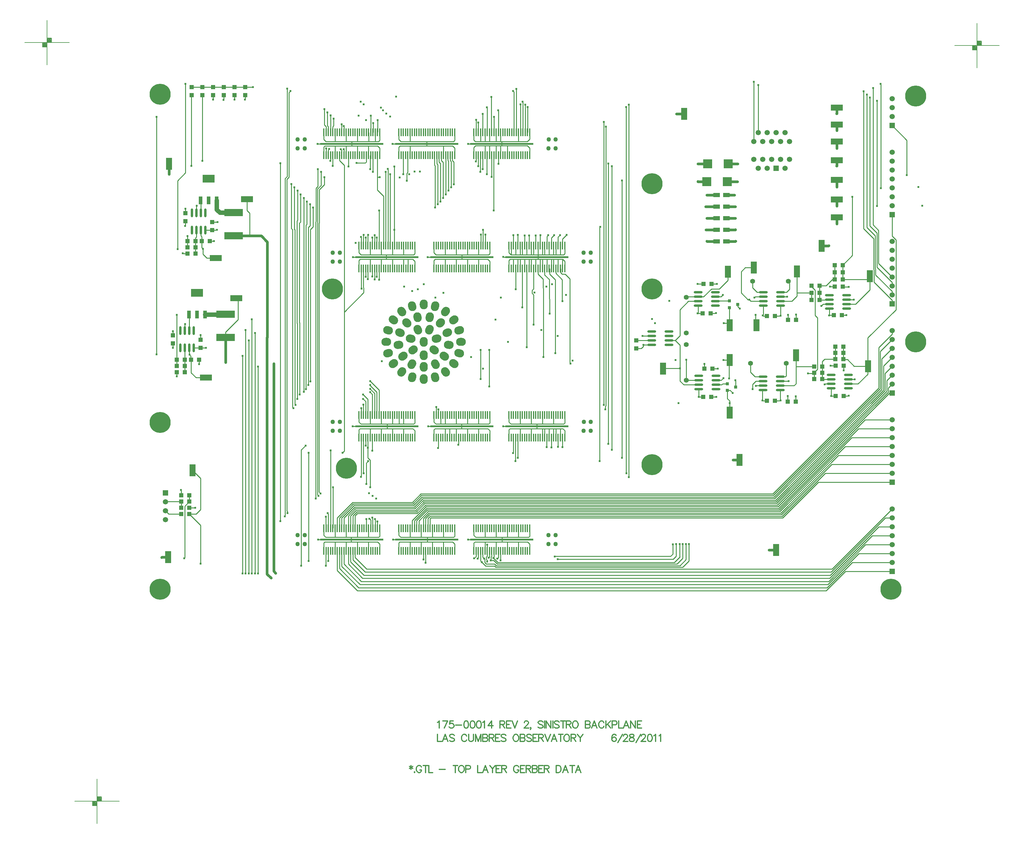
<source format=gtl>
%FSLAX23Y23*%
%MOIN*%
G70*
G01*
G75*
G04 Layer_Physical_Order=1*
G04 Layer_Color=255*
%ADD10R,0.037X0.035*%
%ADD11R,0.037X0.035*%
%ADD12R,0.043X0.085*%
%ADD13R,0.043X0.085*%
%ADD14R,0.138X0.085*%
%ADD15R,0.135X0.070*%
%ADD16R,0.100X0.100*%
%ADD17R,0.078X0.048*%
%ADD18R,0.050X0.050*%
%ADD19R,0.050X0.050*%
%ADD20R,0.209X0.079*%
%ADD21O,0.098X0.028*%
%ADD22R,0.016X0.085*%
%ADD23R,0.709X0.020*%
%ADD24O,0.028X0.098*%
%ADD25R,0.070X0.135*%
%ADD26C,0.010*%
%ADD27C,0.030*%
%ADD28C,0.050*%
%ADD29C,0.012*%
%ADD30C,0.008*%
%ADD31C,0.012*%
%ADD32C,0.012*%
%ADD33C,0.020*%
%ADD34C,0.050*%
G04:AMPARAMS|DCode=35|XSize=90mil|YSize=110mil|CornerRadius=0mil|HoleSize=0mil|Usage=FLASHONLY|Rotation=162.000|XOffset=0mil|YOffset=0mil|HoleType=Round|Shape=Round|*
%AMOVALD35*
21,1,0.020,0.090,0.000,0.000,252.0*
1,1,0.090,0.003,0.010*
1,1,0.090,-0.003,-0.010*
%
%ADD35OVALD35*%

G04:AMPARAMS|DCode=36|XSize=90mil|YSize=110mil|CornerRadius=0mil|HoleSize=0mil|Usage=FLASHONLY|Rotation=144.000|XOffset=0mil|YOffset=0mil|HoleType=Round|Shape=Round|*
%AMOVALD36*
21,1,0.020,0.090,0.000,0.000,234.0*
1,1,0.090,0.006,0.008*
1,1,0.090,-0.006,-0.008*
%
%ADD36OVALD36*%

G04:AMPARAMS|DCode=37|XSize=90mil|YSize=110mil|CornerRadius=0mil|HoleSize=0mil|Usage=FLASHONLY|Rotation=126.000|XOffset=0mil|YOffset=0mil|HoleType=Round|Shape=Round|*
%AMOVALD37*
21,1,0.020,0.090,0.000,0.000,216.0*
1,1,0.090,0.008,0.006*
1,1,0.090,-0.008,-0.006*
%
%ADD37OVALD37*%

G04:AMPARAMS|DCode=38|XSize=90mil|YSize=110mil|CornerRadius=0mil|HoleSize=0mil|Usage=FLASHONLY|Rotation=108.000|XOffset=0mil|YOffset=0mil|HoleType=Round|Shape=Round|*
%AMOVALD38*
21,1,0.020,0.090,0.000,0.000,198.0*
1,1,0.090,0.010,0.003*
1,1,0.090,-0.010,-0.003*
%
%ADD38OVALD38*%

%ADD39O,0.110X0.090*%
G04:AMPARAMS|DCode=40|XSize=90mil|YSize=110mil|CornerRadius=0mil|HoleSize=0mil|Usage=FLASHONLY|Rotation=72.000|XOffset=0mil|YOffset=0mil|HoleType=Round|Shape=Round|*
%AMOVALD40*
21,1,0.020,0.090,0.000,0.000,162.0*
1,1,0.090,0.010,-0.003*
1,1,0.090,-0.010,0.003*
%
%ADD40OVALD40*%

G04:AMPARAMS|DCode=41|XSize=90mil|YSize=110mil|CornerRadius=0mil|HoleSize=0mil|Usage=FLASHONLY|Rotation=54.000|XOffset=0mil|YOffset=0mil|HoleType=Round|Shape=Round|*
%AMOVALD41*
21,1,0.020,0.090,0.000,0.000,144.0*
1,1,0.090,0.008,-0.006*
1,1,0.090,-0.008,0.006*
%
%ADD41OVALD41*%

G04:AMPARAMS|DCode=42|XSize=90mil|YSize=110mil|CornerRadius=0mil|HoleSize=0mil|Usage=FLASHONLY|Rotation=36.000|XOffset=0mil|YOffset=0mil|HoleType=Round|Shape=Round|*
%AMOVALD42*
21,1,0.020,0.090,0.000,0.000,126.0*
1,1,0.090,0.006,-0.008*
1,1,0.090,-0.006,0.008*
%
%ADD42OVALD42*%

G04:AMPARAMS|DCode=43|XSize=90mil|YSize=110mil|CornerRadius=0mil|HoleSize=0mil|Usage=FLASHONLY|Rotation=18.000|XOffset=0mil|YOffset=0mil|HoleType=Round|Shape=Round|*
%AMOVALD43*
21,1,0.020,0.090,0.000,0.000,108.0*
1,1,0.090,0.003,-0.010*
1,1,0.090,-0.003,0.010*
%
%ADD43OVALD43*%

%ADD44O,0.090X0.110*%
G04:AMPARAMS|DCode=45|XSize=90mil|YSize=110mil|CornerRadius=0mil|HoleSize=0mil|Usage=FLASHONLY|Rotation=152.304|XOffset=0mil|YOffset=0mil|HoleType=Round|Shape=Round|*
%AMOVALD45*
21,1,0.020,0.090,0.000,0.000,242.3*
1,1,0.090,0.005,0.009*
1,1,0.090,-0.005,-0.009*
%
%ADD45OVALD45*%

G04:AMPARAMS|DCode=46|XSize=90mil|YSize=110mil|CornerRadius=0mil|HoleSize=0mil|Usage=FLASHONLY|Rotation=124.612|XOffset=0mil|YOffset=0mil|HoleType=Round|Shape=Round|*
%AMOVALD46*
21,1,0.020,0.090,0.000,0.000,214.6*
1,1,0.090,0.008,0.006*
1,1,0.090,-0.008,-0.006*
%
%ADD46OVALD46*%

G04:AMPARAMS|DCode=47|XSize=90mil|YSize=110mil|CornerRadius=0mil|HoleSize=0mil|Usage=FLASHONLY|Rotation=96.920|XOffset=0mil|YOffset=0mil|HoleType=Round|Shape=Round|*
%AMOVALD47*
21,1,0.020,0.090,0.000,0.000,186.9*
1,1,0.090,0.010,0.001*
1,1,0.090,-0.010,-0.001*
%
%ADD47OVALD47*%

G04:AMPARAMS|DCode=48|XSize=90mil|YSize=110mil|CornerRadius=0mil|HoleSize=0mil|Usage=FLASHONLY|Rotation=69.228|XOffset=0mil|YOffset=0mil|HoleType=Round|Shape=Round|*
%AMOVALD48*
21,1,0.020,0.090,0.000,0.000,159.2*
1,1,0.090,0.009,-0.004*
1,1,0.090,-0.009,0.004*
%
%ADD48OVALD48*%

G04:AMPARAMS|DCode=49|XSize=90mil|YSize=110mil|CornerRadius=0mil|HoleSize=0mil|Usage=FLASHONLY|Rotation=41.536|XOffset=0mil|YOffset=0mil|HoleType=Round|Shape=Round|*
%AMOVALD49*
21,1,0.020,0.090,0.000,0.000,131.5*
1,1,0.090,0.007,-0.007*
1,1,0.090,-0.007,0.007*
%
%ADD49OVALD49*%

G04:AMPARAMS|DCode=50|XSize=90mil|YSize=110mil|CornerRadius=0mil|HoleSize=0mil|Usage=FLASHONLY|Rotation=13.844|XOffset=0mil|YOffset=0mil|HoleType=Round|Shape=Round|*
%AMOVALD50*
21,1,0.020,0.090,0.000,0.000,103.8*
1,1,0.090,0.002,-0.010*
1,1,0.090,-0.002,0.010*
%
%ADD50OVALD50*%

G04:AMPARAMS|DCode=51|XSize=90mil|YSize=110mil|CornerRadius=0mil|HoleSize=0mil|Usage=FLASHONLY|Rotation=346.152|XOffset=0mil|YOffset=0mil|HoleType=Round|Shape=Round|*
%AMOVALD51*
21,1,0.020,0.090,0.000,0.000,76.2*
1,1,0.090,-0.002,-0.010*
1,1,0.090,0.002,0.010*
%
%ADD51OVALD51*%

G04:AMPARAMS|DCode=52|XSize=90mil|YSize=110mil|CornerRadius=0mil|HoleSize=0mil|Usage=FLASHONLY|Rotation=318.460|XOffset=0mil|YOffset=0mil|HoleType=Round|Shape=Round|*
%AMOVALD52*
21,1,0.020,0.090,0.000,0.000,48.5*
1,1,0.090,-0.007,-0.007*
1,1,0.090,0.007,0.007*
%
%ADD52OVALD52*%

G04:AMPARAMS|DCode=53|XSize=90mil|YSize=110mil|CornerRadius=0mil|HoleSize=0mil|Usage=FLASHONLY|Rotation=290.768|XOffset=0mil|YOffset=0mil|HoleType=Round|Shape=Round|*
%AMOVALD53*
21,1,0.020,0.090,0.000,0.000,20.8*
1,1,0.090,-0.009,-0.004*
1,1,0.090,0.009,0.004*
%
%ADD53OVALD53*%

G04:AMPARAMS|DCode=54|XSize=90mil|YSize=110mil|CornerRadius=0mil|HoleSize=0mil|Usage=FLASHONLY|Rotation=263.076|XOffset=0mil|YOffset=0mil|HoleType=Round|Shape=Round|*
%AMOVALD54*
21,1,0.020,0.090,0.000,0.000,353.1*
1,1,0.090,-0.010,0.001*
1,1,0.090,0.010,-0.001*
%
%ADD54OVALD54*%

G04:AMPARAMS|DCode=55|XSize=90mil|YSize=110mil|CornerRadius=0mil|HoleSize=0mil|Usage=FLASHONLY|Rotation=235.384|XOffset=0mil|YOffset=0mil|HoleType=Round|Shape=Round|*
%AMOVALD55*
21,1,0.020,0.090,0.000,0.000,325.4*
1,1,0.090,-0.008,0.006*
1,1,0.090,0.008,-0.006*
%
%ADD55OVALD55*%

G04:AMPARAMS|DCode=56|XSize=90mil|YSize=110mil|CornerRadius=0mil|HoleSize=0mil|Usage=FLASHONLY|Rotation=207.692|XOffset=0mil|YOffset=0mil|HoleType=Round|Shape=Round|*
%AMOVALD56*
21,1,0.020,0.090,0.000,0.000,297.7*
1,1,0.090,-0.005,0.009*
1,1,0.090,0.005,-0.009*
%
%ADD56OVALD56*%

G04:AMPARAMS|DCode=57|XSize=90mil|YSize=110mil|CornerRadius=0mil|HoleSize=0mil|Usage=FLASHONLY|Rotation=128.568|XOffset=0mil|YOffset=0mil|HoleType=Round|Shape=Round|*
%AMOVALD57*
21,1,0.020,0.090,0.000,0.000,218.6*
1,1,0.090,0.008,0.006*
1,1,0.090,-0.008,-0.006*
%
%ADD57OVALD57*%

G04:AMPARAMS|DCode=58|XSize=90mil|YSize=110mil|CornerRadius=0mil|HoleSize=0mil|Usage=FLASHONLY|Rotation=77.140|XOffset=0mil|YOffset=0mil|HoleType=Round|Shape=Round|*
%AMOVALD58*
21,1,0.020,0.090,0.000,0.000,167.1*
1,1,0.090,0.010,-0.002*
1,1,0.090,-0.010,0.002*
%
%ADD58OVALD58*%

G04:AMPARAMS|DCode=59|XSize=90mil|YSize=110mil|CornerRadius=0mil|HoleSize=0mil|Usage=FLASHONLY|Rotation=25.712|XOffset=0mil|YOffset=0mil|HoleType=Round|Shape=Round|*
%AMOVALD59*
21,1,0.020,0.090,0.000,0.000,115.7*
1,1,0.090,0.004,-0.009*
1,1,0.090,-0.004,0.009*
%
%ADD59OVALD59*%

G04:AMPARAMS|DCode=60|XSize=90mil|YSize=110mil|CornerRadius=0mil|HoleSize=0mil|Usage=FLASHONLY|Rotation=334.284|XOffset=0mil|YOffset=0mil|HoleType=Round|Shape=Round|*
%AMOVALD60*
21,1,0.020,0.090,0.000,0.000,64.3*
1,1,0.090,-0.004,-0.009*
1,1,0.090,0.004,0.009*
%
%ADD60OVALD60*%

G04:AMPARAMS|DCode=61|XSize=90mil|YSize=110mil|CornerRadius=0mil|HoleSize=0mil|Usage=FLASHONLY|Rotation=282.856|XOffset=0mil|YOffset=0mil|HoleType=Round|Shape=Round|*
%AMOVALD61*
21,1,0.020,0.090,0.000,0.000,12.9*
1,1,0.090,-0.010,-0.002*
1,1,0.090,0.010,0.002*
%
%ADD61OVALD61*%

G04:AMPARAMS|DCode=62|XSize=90mil|YSize=110mil|CornerRadius=0mil|HoleSize=0mil|Usage=FLASHONLY|Rotation=231.428|XOffset=0mil|YOffset=0mil|HoleType=Round|Shape=Round|*
%AMOVALD62*
21,1,0.020,0.090,0.000,0.000,321.4*
1,1,0.090,-0.008,0.006*
1,1,0.090,0.008,-0.006*
%
%ADD62OVALD62*%

%ADD63R,0.059X0.059*%
%ADD64C,0.059*%
%ADD65C,0.055*%
%ADD66C,0.236*%
%ADD67C,0.024*%
D10*
X35583Y24680D02*
D03*
X35675Y24643D02*
D03*
X35560Y23752D02*
D03*
X35652Y23715D02*
D03*
D11*
X35583Y24605D02*
D03*
X35560Y23677D02*
D03*
D12*
X29658Y25809D02*
D03*
X29839D02*
D03*
X29528Y24529D02*
D03*
X29709D02*
D03*
D13*
X29749Y25809D02*
D03*
X29619Y24529D02*
D03*
D14*
X29749Y26053D02*
D03*
X29619Y24773D02*
D03*
D15*
X29828Y25161D02*
D03*
X36785Y25818D02*
D03*
Y26468D02*
D03*
Y26258D02*
D03*
Y26848D02*
D03*
Y26658D02*
D03*
Y25618D02*
D03*
Y26038D02*
D03*
X30059Y24711D02*
D03*
X30179Y25821D02*
D03*
X29719Y23821D02*
D03*
D16*
X35570Y26218D02*
D03*
X35340D02*
D03*
X35560Y26018D02*
D03*
X35330D02*
D03*
D17*
X35440Y25868D02*
D03*
X35550D02*
D03*
X35440Y25738D02*
D03*
X35550D02*
D03*
X35440Y25608D02*
D03*
X35550D02*
D03*
X35440Y25478D02*
D03*
X35550D02*
D03*
X35440Y25348D02*
D03*
X35550D02*
D03*
D18*
X29558Y27077D02*
D03*
Y26987D02*
D03*
X29659Y24156D02*
D03*
Y24246D02*
D03*
X29349Y24296D02*
D03*
Y24206D02*
D03*
X29789Y25476D02*
D03*
Y25566D02*
D03*
X29489Y25666D02*
D03*
Y25576D02*
D03*
X30158Y27077D02*
D03*
Y26987D02*
D03*
X30038Y27077D02*
D03*
Y26987D02*
D03*
X29918Y27077D02*
D03*
Y26987D02*
D03*
X29798Y27077D02*
D03*
Y26987D02*
D03*
X29678Y27077D02*
D03*
Y26987D02*
D03*
X34539Y24238D02*
D03*
Y24148D02*
D03*
D19*
X29534Y22291D02*
D03*
X29444D02*
D03*
X29644Y24021D02*
D03*
X29554D02*
D03*
X29394D02*
D03*
X29484D02*
D03*
Y23881D02*
D03*
X29394D02*
D03*
X29764Y25351D02*
D03*
X29674D02*
D03*
X29514D02*
D03*
X29604D02*
D03*
Y25211D02*
D03*
X29514D02*
D03*
X29484Y23951D02*
D03*
X29394D02*
D03*
X29604Y25281D02*
D03*
X29514D02*
D03*
X36622Y23875D02*
D03*
X36532D02*
D03*
X36622Y23805D02*
D03*
X36532D02*
D03*
X36622Y23945D02*
D03*
X36532D02*
D03*
X36860Y24028D02*
D03*
X36770D02*
D03*
X36860Y24098D02*
D03*
X36770D02*
D03*
X36594Y24853D02*
D03*
X36504D02*
D03*
X36594Y24773D02*
D03*
X36504D02*
D03*
X36594Y24693D02*
D03*
X36504D02*
D03*
X36854Y25003D02*
D03*
X36764D02*
D03*
X36854Y24923D02*
D03*
X36764D02*
D03*
X36864Y23615D02*
D03*
X36774D02*
D03*
X36327Y23550D02*
D03*
X36237D02*
D03*
X35381Y23605D02*
D03*
X35291D02*
D03*
X36774Y23955D02*
D03*
X36864D02*
D03*
X35304Y23923D02*
D03*
X35394D02*
D03*
X36860Y24168D02*
D03*
X36770D02*
D03*
X36094Y23563D02*
D03*
X36004D02*
D03*
X36844Y24520D02*
D03*
X36754D02*
D03*
X36331Y24469D02*
D03*
X36241D02*
D03*
X35374Y24543D02*
D03*
X35284D02*
D03*
X36764Y24840D02*
D03*
X36854D02*
D03*
X35294Y24873D02*
D03*
X35384D02*
D03*
X36854Y25083D02*
D03*
X36764D02*
D03*
X36094Y24513D02*
D03*
X36004D02*
D03*
X29534Y22361D02*
D03*
X29444D02*
D03*
X29534Y22501D02*
D03*
X29444D02*
D03*
X29534Y22431D02*
D03*
X29444D02*
D03*
D20*
X30029Y25671D02*
D03*
Y25411D02*
D03*
X29939Y24531D02*
D03*
Y24271D02*
D03*
D21*
X36703Y24745D02*
D03*
Y24695D02*
D03*
Y24645D02*
D03*
Y24595D02*
D03*
X36896Y24745D02*
D03*
Y24695D02*
D03*
Y24645D02*
D03*
Y24595D02*
D03*
X35232Y24778D02*
D03*
Y24728D02*
D03*
Y24678D02*
D03*
Y24628D02*
D03*
X35425Y24778D02*
D03*
Y24728D02*
D03*
Y24678D02*
D03*
Y24628D02*
D03*
X36722Y23850D02*
D03*
Y23800D02*
D03*
Y23750D02*
D03*
Y23700D02*
D03*
X36915Y23850D02*
D03*
Y23800D02*
D03*
Y23750D02*
D03*
Y23700D02*
D03*
X35959Y23830D02*
D03*
Y23780D02*
D03*
Y23730D02*
D03*
Y23680D02*
D03*
X36152Y23830D02*
D03*
Y23780D02*
D03*
Y23730D02*
D03*
Y23680D02*
D03*
X35239Y23840D02*
D03*
Y23790D02*
D03*
Y23740D02*
D03*
Y23690D02*
D03*
X35432Y23840D02*
D03*
Y23790D02*
D03*
Y23740D02*
D03*
Y23690D02*
D03*
X34712Y24338D02*
D03*
Y24288D02*
D03*
Y24238D02*
D03*
Y24188D02*
D03*
X34905Y24338D02*
D03*
Y24288D02*
D03*
Y24238D02*
D03*
Y24188D02*
D03*
X35962Y24778D02*
D03*
Y24728D02*
D03*
Y24678D02*
D03*
Y24628D02*
D03*
X36155Y24778D02*
D03*
Y24728D02*
D03*
Y24678D02*
D03*
Y24628D02*
D03*
D22*
X33345Y26315D02*
D03*
Y26571D02*
D03*
X33320Y26315D02*
D03*
Y26571D02*
D03*
X33295Y26315D02*
D03*
Y26571D02*
D03*
X33270Y26315D02*
D03*
Y26571D02*
D03*
X33245Y26315D02*
D03*
Y26571D02*
D03*
X33220Y26315D02*
D03*
Y26571D02*
D03*
X33195Y26315D02*
D03*
Y26571D02*
D03*
X33170Y26315D02*
D03*
Y26571D02*
D03*
X33145Y26315D02*
D03*
Y26571D02*
D03*
X33120Y26315D02*
D03*
Y26571D02*
D03*
X33095Y26315D02*
D03*
Y26571D02*
D03*
X33070Y26315D02*
D03*
Y26571D02*
D03*
X33045Y26315D02*
D03*
Y26571D02*
D03*
X33020Y26315D02*
D03*
Y26571D02*
D03*
X32995Y26315D02*
D03*
Y26571D02*
D03*
X32970Y26315D02*
D03*
Y26571D02*
D03*
X32945Y26315D02*
D03*
Y26571D02*
D03*
X32920Y26315D02*
D03*
Y26571D02*
D03*
X32895Y26315D02*
D03*
Y26571D02*
D03*
X32870Y26315D02*
D03*
Y26571D02*
D03*
X32845Y26315D02*
D03*
Y26571D02*
D03*
X32820Y26315D02*
D03*
Y26571D02*
D03*
X32795Y26315D02*
D03*
Y26571D02*
D03*
X32770Y26315D02*
D03*
Y26571D02*
D03*
X32745Y26315D02*
D03*
Y26571D02*
D03*
X32720Y26315D02*
D03*
Y26571D02*
D03*
X32505Y26315D02*
D03*
Y26571D02*
D03*
X32480Y26315D02*
D03*
Y26571D02*
D03*
X32455Y26315D02*
D03*
Y26571D02*
D03*
X32430Y26315D02*
D03*
Y26571D02*
D03*
X32405Y26315D02*
D03*
Y26571D02*
D03*
X32380Y26315D02*
D03*
Y26571D02*
D03*
X32355Y26315D02*
D03*
Y26571D02*
D03*
X32330Y26315D02*
D03*
Y26571D02*
D03*
X32305Y26315D02*
D03*
Y26571D02*
D03*
X32280Y26315D02*
D03*
Y26571D02*
D03*
X32255Y26315D02*
D03*
Y26571D02*
D03*
X32230Y26315D02*
D03*
Y26571D02*
D03*
X32205Y26315D02*
D03*
Y26571D02*
D03*
X32180Y26315D02*
D03*
Y26571D02*
D03*
X32155Y26315D02*
D03*
Y26571D02*
D03*
X32130Y26315D02*
D03*
Y26571D02*
D03*
X32105Y26315D02*
D03*
Y26571D02*
D03*
X32080Y26315D02*
D03*
Y26571D02*
D03*
X32055Y26315D02*
D03*
Y26571D02*
D03*
X32030Y26315D02*
D03*
Y26571D02*
D03*
X32005Y26315D02*
D03*
Y26571D02*
D03*
X31980Y26315D02*
D03*
Y26571D02*
D03*
X31955Y26315D02*
D03*
Y26571D02*
D03*
X31930Y26315D02*
D03*
Y26571D02*
D03*
X31905Y26315D02*
D03*
Y26571D02*
D03*
X31880Y26315D02*
D03*
Y26571D02*
D03*
X31665Y26315D02*
D03*
Y26571D02*
D03*
X31640Y26315D02*
D03*
Y26571D02*
D03*
X31615Y26315D02*
D03*
Y26571D02*
D03*
X31590Y26315D02*
D03*
Y26571D02*
D03*
X31565Y26315D02*
D03*
Y26571D02*
D03*
X31540Y26315D02*
D03*
Y26571D02*
D03*
X31515Y26315D02*
D03*
Y26571D02*
D03*
X31490Y26315D02*
D03*
Y26571D02*
D03*
X31465Y26315D02*
D03*
Y26571D02*
D03*
X31440Y26315D02*
D03*
Y26571D02*
D03*
X31415Y26315D02*
D03*
Y26571D02*
D03*
X31390Y26315D02*
D03*
Y26571D02*
D03*
X31365Y26315D02*
D03*
Y26571D02*
D03*
X31340Y26315D02*
D03*
Y26571D02*
D03*
X31315Y26315D02*
D03*
Y26571D02*
D03*
X31290Y26315D02*
D03*
Y26571D02*
D03*
X31265Y26315D02*
D03*
Y26571D02*
D03*
X31240Y26315D02*
D03*
Y26571D02*
D03*
X31215Y26315D02*
D03*
Y26571D02*
D03*
X31190Y26315D02*
D03*
Y26571D02*
D03*
X31165Y26315D02*
D03*
Y26571D02*
D03*
X31140Y26315D02*
D03*
Y26571D02*
D03*
X31115Y26315D02*
D03*
Y26571D02*
D03*
X31090Y26315D02*
D03*
Y26571D02*
D03*
X31065Y26315D02*
D03*
Y26571D02*
D03*
X31040Y26315D02*
D03*
Y26571D02*
D03*
X33345Y21877D02*
D03*
Y22132D02*
D03*
X33320Y21877D02*
D03*
Y22132D02*
D03*
X33295Y21877D02*
D03*
Y22132D02*
D03*
X33270Y21877D02*
D03*
Y22132D02*
D03*
X33245Y21877D02*
D03*
Y22132D02*
D03*
X33220Y21877D02*
D03*
Y22132D02*
D03*
X33195Y21877D02*
D03*
Y22132D02*
D03*
X33170Y21877D02*
D03*
Y22132D02*
D03*
X33145Y21877D02*
D03*
Y22132D02*
D03*
X33120Y21877D02*
D03*
Y22132D02*
D03*
X33095Y21877D02*
D03*
Y22132D02*
D03*
X33070Y21877D02*
D03*
Y22132D02*
D03*
X33045Y21877D02*
D03*
Y22132D02*
D03*
X33020Y21877D02*
D03*
Y22132D02*
D03*
X32995Y21877D02*
D03*
Y22132D02*
D03*
X32970Y21877D02*
D03*
Y22132D02*
D03*
X32945Y21877D02*
D03*
Y22132D02*
D03*
X32920Y21877D02*
D03*
Y22132D02*
D03*
X32895Y21877D02*
D03*
Y22132D02*
D03*
X32870Y21877D02*
D03*
Y22132D02*
D03*
X32845Y21877D02*
D03*
Y22132D02*
D03*
X32820Y21877D02*
D03*
Y22132D02*
D03*
X32795Y21877D02*
D03*
Y22132D02*
D03*
X32770Y21877D02*
D03*
Y22132D02*
D03*
X32745Y21877D02*
D03*
Y22132D02*
D03*
X32720Y21877D02*
D03*
Y22132D02*
D03*
X32505Y21877D02*
D03*
Y22132D02*
D03*
X32480Y21877D02*
D03*
Y22132D02*
D03*
X32455Y21877D02*
D03*
Y22132D02*
D03*
X32430Y21877D02*
D03*
Y22132D02*
D03*
X32405Y21877D02*
D03*
Y22132D02*
D03*
X32380Y21877D02*
D03*
Y22132D02*
D03*
X32355Y21877D02*
D03*
Y22132D02*
D03*
X32330Y21877D02*
D03*
Y22132D02*
D03*
X32305Y21877D02*
D03*
Y22132D02*
D03*
X32280Y21877D02*
D03*
Y22132D02*
D03*
X32255Y21877D02*
D03*
Y22132D02*
D03*
X32230Y21877D02*
D03*
Y22132D02*
D03*
X32205Y21877D02*
D03*
Y22132D02*
D03*
X32180Y21877D02*
D03*
Y22132D02*
D03*
X32155Y21877D02*
D03*
Y22132D02*
D03*
X32130Y21877D02*
D03*
Y22132D02*
D03*
X32105Y21877D02*
D03*
Y22132D02*
D03*
X32080Y21877D02*
D03*
Y22132D02*
D03*
X32055Y21877D02*
D03*
Y22132D02*
D03*
X32030Y21877D02*
D03*
Y22132D02*
D03*
X32005Y21877D02*
D03*
Y22132D02*
D03*
X31980Y21877D02*
D03*
Y22132D02*
D03*
X31955Y21877D02*
D03*
Y22132D02*
D03*
X31930Y21877D02*
D03*
Y22132D02*
D03*
X31905Y21877D02*
D03*
Y22132D02*
D03*
X31880Y21877D02*
D03*
Y22132D02*
D03*
X31665Y21877D02*
D03*
Y22132D02*
D03*
X31640Y21877D02*
D03*
Y22132D02*
D03*
X31615Y21877D02*
D03*
Y22132D02*
D03*
X31590Y21877D02*
D03*
Y22132D02*
D03*
X31565Y21877D02*
D03*
Y22132D02*
D03*
X31540Y21877D02*
D03*
Y22132D02*
D03*
X31515Y21877D02*
D03*
Y22132D02*
D03*
X31490Y21877D02*
D03*
Y22132D02*
D03*
X31465Y21877D02*
D03*
Y22132D02*
D03*
X31440Y21877D02*
D03*
Y22132D02*
D03*
X31415Y21877D02*
D03*
Y22132D02*
D03*
X31390Y21877D02*
D03*
Y22132D02*
D03*
X31365Y21877D02*
D03*
Y22132D02*
D03*
X31340Y21877D02*
D03*
Y22132D02*
D03*
X31315Y21877D02*
D03*
Y22132D02*
D03*
X31290Y21877D02*
D03*
Y22132D02*
D03*
X31265Y21877D02*
D03*
Y22132D02*
D03*
X31240Y21877D02*
D03*
Y22132D02*
D03*
X31215Y21877D02*
D03*
Y22132D02*
D03*
X31190Y21877D02*
D03*
Y22132D02*
D03*
X31165Y21877D02*
D03*
Y22132D02*
D03*
X31140Y21877D02*
D03*
Y22132D02*
D03*
X31115Y21877D02*
D03*
Y22132D02*
D03*
X31090Y21877D02*
D03*
Y22132D02*
D03*
X31065Y21877D02*
D03*
Y22132D02*
D03*
X31040Y21877D02*
D03*
Y22132D02*
D03*
X31433Y25300D02*
D03*
Y25045D02*
D03*
X31458Y25300D02*
D03*
Y25045D02*
D03*
X31483Y25300D02*
D03*
Y25045D02*
D03*
X31508Y25300D02*
D03*
Y25045D02*
D03*
X31533Y25300D02*
D03*
Y25045D02*
D03*
X31558Y25300D02*
D03*
Y25045D02*
D03*
X31583Y25300D02*
D03*
Y25045D02*
D03*
X31608Y25300D02*
D03*
Y25045D02*
D03*
X31633Y25300D02*
D03*
Y25045D02*
D03*
X31658Y25300D02*
D03*
Y25045D02*
D03*
X31683Y25300D02*
D03*
Y25045D02*
D03*
X31708Y25300D02*
D03*
Y25045D02*
D03*
X31733Y25300D02*
D03*
Y25045D02*
D03*
X31758Y25300D02*
D03*
Y25045D02*
D03*
X31783Y25300D02*
D03*
Y25045D02*
D03*
X31808Y25300D02*
D03*
Y25045D02*
D03*
X31833Y25300D02*
D03*
Y25045D02*
D03*
X31858Y25300D02*
D03*
Y25045D02*
D03*
X31883Y25300D02*
D03*
Y25045D02*
D03*
X31908Y25300D02*
D03*
Y25045D02*
D03*
X31933Y25300D02*
D03*
Y25045D02*
D03*
X31958Y25300D02*
D03*
Y25045D02*
D03*
X31983Y25300D02*
D03*
Y25045D02*
D03*
X32008Y25300D02*
D03*
Y25045D02*
D03*
X32033Y25300D02*
D03*
Y25045D02*
D03*
X32058Y25300D02*
D03*
Y25045D02*
D03*
X32274Y25300D02*
D03*
Y25045D02*
D03*
X32299Y25300D02*
D03*
Y25045D02*
D03*
X32324Y25300D02*
D03*
Y25045D02*
D03*
X32349Y25300D02*
D03*
Y25045D02*
D03*
X32374Y25300D02*
D03*
Y25045D02*
D03*
X32399Y25300D02*
D03*
Y25045D02*
D03*
X32424Y25300D02*
D03*
Y25045D02*
D03*
X32449Y25300D02*
D03*
Y25045D02*
D03*
X32474Y25300D02*
D03*
Y25045D02*
D03*
X32499Y25300D02*
D03*
Y25045D02*
D03*
X32524Y25300D02*
D03*
Y25045D02*
D03*
X32549Y25300D02*
D03*
Y25045D02*
D03*
X32574Y25300D02*
D03*
Y25045D02*
D03*
X32599Y25300D02*
D03*
Y25045D02*
D03*
X32624Y25300D02*
D03*
Y25045D02*
D03*
X32649Y25300D02*
D03*
Y25045D02*
D03*
X32674Y25300D02*
D03*
Y25045D02*
D03*
X32699Y25300D02*
D03*
Y25045D02*
D03*
X32724Y25300D02*
D03*
Y25045D02*
D03*
X32749Y25300D02*
D03*
Y25045D02*
D03*
X32774Y25300D02*
D03*
Y25045D02*
D03*
X32799Y25300D02*
D03*
Y25045D02*
D03*
X32824Y25300D02*
D03*
Y25045D02*
D03*
X32849Y25300D02*
D03*
Y25045D02*
D03*
X32874Y25300D02*
D03*
Y25045D02*
D03*
X32899Y25300D02*
D03*
Y25045D02*
D03*
X33114Y25300D02*
D03*
Y25045D02*
D03*
X33139Y25300D02*
D03*
Y25045D02*
D03*
X33164Y25300D02*
D03*
Y25045D02*
D03*
X33189Y25300D02*
D03*
Y25045D02*
D03*
X33214Y25300D02*
D03*
Y25045D02*
D03*
X33239Y25300D02*
D03*
Y25045D02*
D03*
X33264Y25300D02*
D03*
Y25045D02*
D03*
X33289Y25300D02*
D03*
Y25045D02*
D03*
X33314Y25300D02*
D03*
Y25045D02*
D03*
X33339Y25300D02*
D03*
Y25045D02*
D03*
X33364Y25300D02*
D03*
Y25045D02*
D03*
X33389Y25300D02*
D03*
Y25045D02*
D03*
X33414Y25300D02*
D03*
Y25045D02*
D03*
X33439Y25300D02*
D03*
Y25045D02*
D03*
X33464Y25300D02*
D03*
Y25045D02*
D03*
X33489Y25300D02*
D03*
Y25045D02*
D03*
X33514Y25300D02*
D03*
Y25045D02*
D03*
X33539Y25300D02*
D03*
Y25045D02*
D03*
X33564Y25300D02*
D03*
Y25045D02*
D03*
X33589Y25300D02*
D03*
Y25045D02*
D03*
X33614Y25300D02*
D03*
Y25045D02*
D03*
X33639Y25300D02*
D03*
Y25045D02*
D03*
X33664Y25300D02*
D03*
Y25045D02*
D03*
X33689Y25300D02*
D03*
Y25045D02*
D03*
X33714Y25300D02*
D03*
Y25045D02*
D03*
X33739Y25300D02*
D03*
Y25045D02*
D03*
X31434Y23402D02*
D03*
Y23147D02*
D03*
X31459Y23402D02*
D03*
Y23147D02*
D03*
X31484Y23402D02*
D03*
Y23147D02*
D03*
X31509Y23402D02*
D03*
Y23147D02*
D03*
X31534Y23402D02*
D03*
Y23147D02*
D03*
X31559Y23402D02*
D03*
Y23147D02*
D03*
X31584Y23402D02*
D03*
Y23147D02*
D03*
X31609Y23402D02*
D03*
Y23147D02*
D03*
X31634Y23402D02*
D03*
Y23147D02*
D03*
X31659Y23402D02*
D03*
Y23147D02*
D03*
X31684Y23402D02*
D03*
Y23147D02*
D03*
X31709Y23402D02*
D03*
Y23147D02*
D03*
X31734Y23402D02*
D03*
Y23147D02*
D03*
X31759Y23402D02*
D03*
Y23147D02*
D03*
X31784Y23402D02*
D03*
Y23147D02*
D03*
X31809Y23402D02*
D03*
Y23147D02*
D03*
X31834Y23402D02*
D03*
Y23147D02*
D03*
X31859Y23402D02*
D03*
Y23147D02*
D03*
X31884Y23402D02*
D03*
Y23147D02*
D03*
X31909Y23402D02*
D03*
Y23147D02*
D03*
X31934Y23402D02*
D03*
Y23147D02*
D03*
X31959Y23402D02*
D03*
Y23147D02*
D03*
X31984Y23402D02*
D03*
Y23147D02*
D03*
X32009Y23402D02*
D03*
Y23147D02*
D03*
X32034Y23402D02*
D03*
Y23147D02*
D03*
X32059Y23402D02*
D03*
Y23147D02*
D03*
X32274Y23402D02*
D03*
Y23147D02*
D03*
X32299Y23402D02*
D03*
Y23147D02*
D03*
X32324Y23402D02*
D03*
Y23147D02*
D03*
X32349Y23402D02*
D03*
Y23147D02*
D03*
X32374Y23402D02*
D03*
Y23147D02*
D03*
X32399Y23402D02*
D03*
Y23147D02*
D03*
X32424Y23402D02*
D03*
Y23147D02*
D03*
X32449Y23402D02*
D03*
Y23147D02*
D03*
X32474Y23402D02*
D03*
Y23147D02*
D03*
X32499Y23402D02*
D03*
Y23147D02*
D03*
X32524Y23402D02*
D03*
Y23147D02*
D03*
X32549Y23402D02*
D03*
Y23147D02*
D03*
X32574Y23402D02*
D03*
Y23147D02*
D03*
X32599Y23402D02*
D03*
Y23147D02*
D03*
X32624Y23402D02*
D03*
Y23147D02*
D03*
X32649Y23402D02*
D03*
Y23147D02*
D03*
X32674Y23402D02*
D03*
Y23147D02*
D03*
X32699Y23402D02*
D03*
Y23147D02*
D03*
X32724Y23402D02*
D03*
Y23147D02*
D03*
X32749Y23402D02*
D03*
Y23147D02*
D03*
X32774Y23402D02*
D03*
Y23147D02*
D03*
X32799Y23402D02*
D03*
Y23147D02*
D03*
X32824Y23402D02*
D03*
Y23147D02*
D03*
X32849Y23402D02*
D03*
Y23147D02*
D03*
X32874Y23402D02*
D03*
Y23147D02*
D03*
X32899Y23402D02*
D03*
Y23147D02*
D03*
X33114Y23402D02*
D03*
Y23147D02*
D03*
X33139Y23402D02*
D03*
Y23147D02*
D03*
X33164Y23402D02*
D03*
Y23147D02*
D03*
X33189Y23402D02*
D03*
Y23147D02*
D03*
X33214Y23402D02*
D03*
Y23147D02*
D03*
X33239Y23402D02*
D03*
Y23147D02*
D03*
X33264Y23402D02*
D03*
Y23147D02*
D03*
X33289Y23402D02*
D03*
Y23147D02*
D03*
X33314Y23402D02*
D03*
Y23147D02*
D03*
X33339Y23402D02*
D03*
Y23147D02*
D03*
X33364Y23402D02*
D03*
Y23147D02*
D03*
X33389Y23402D02*
D03*
Y23147D02*
D03*
X33414Y23402D02*
D03*
Y23147D02*
D03*
X33439Y23402D02*
D03*
Y23147D02*
D03*
X33464Y23402D02*
D03*
Y23147D02*
D03*
X33489Y23402D02*
D03*
Y23147D02*
D03*
X33514Y23402D02*
D03*
Y23147D02*
D03*
X33539Y23402D02*
D03*
Y23147D02*
D03*
X33564Y23402D02*
D03*
Y23147D02*
D03*
X33589Y23402D02*
D03*
Y23147D02*
D03*
X33614Y23402D02*
D03*
Y23147D02*
D03*
X33639Y23402D02*
D03*
Y23147D02*
D03*
X33664Y23402D02*
D03*
Y23147D02*
D03*
X33689Y23402D02*
D03*
Y23147D02*
D03*
X33714Y23402D02*
D03*
Y23147D02*
D03*
X33739Y23402D02*
D03*
Y23147D02*
D03*
D23*
X33033Y26443D02*
D03*
X32192D02*
D03*
X31352D02*
D03*
X33033Y22005D02*
D03*
X32192D02*
D03*
X31352D02*
D03*
X31746Y25173D02*
D03*
X32586D02*
D03*
X33426D02*
D03*
X31746Y23275D02*
D03*
X32586D02*
D03*
X33426D02*
D03*
D24*
X29434Y24154D02*
D03*
X29484D02*
D03*
X29534D02*
D03*
X29584D02*
D03*
X29434Y24347D02*
D03*
X29484D02*
D03*
X29534D02*
D03*
X29584D02*
D03*
X29564Y25474D02*
D03*
X29614D02*
D03*
X29664D02*
D03*
X29714D02*
D03*
X29564Y25667D02*
D03*
X29614D02*
D03*
X29664D02*
D03*
X29714D02*
D03*
D25*
X35695Y22898D02*
D03*
X29295Y21808D02*
D03*
X36105Y21888D02*
D03*
X29305Y26218D02*
D03*
X35075Y26778D02*
D03*
X36615Y25298D02*
D03*
X29569Y22781D02*
D03*
X37135Y23948D02*
D03*
X35585Y23428D02*
D03*
X36329Y24073D02*
D03*
X35585Y24018D02*
D03*
X34839Y23923D02*
D03*
X37155Y24958D02*
D03*
X35885Y24408D02*
D03*
X35585D02*
D03*
X36339Y25013D02*
D03*
X35856Y25054D02*
D03*
X35565Y25008D02*
D03*
D26*
X29534Y22431D02*
Y22501D01*
X29482Y22379D02*
X29534Y22431D01*
X29482Y21801D02*
Y22379D01*
X29477Y21796D02*
X29482Y21801D01*
X32155Y21781D02*
X32155Y21781D01*
Y21877D01*
X29569Y22781D02*
X29659Y22691D01*
Y22341D02*
Y22691D01*
X29609Y22291D02*
X29659Y22341D01*
X29534Y22291D02*
X29609D01*
X29534D02*
X29659Y22166D01*
Y21736D02*
Y22166D01*
X29265Y22328D02*
X29303Y22291D01*
X29444D01*
X29439Y22561D02*
X29444Y22556D01*
Y22501D02*
Y22556D01*
X33439Y25148D02*
Y25199D01*
X32586Y25147D02*
Y25199D01*
X33426Y23249D02*
Y23301D01*
X32582Y23275D02*
Y23301D01*
Y23252D02*
Y23275D01*
X33036Y21979D02*
Y22031D01*
X32194Y26417D02*
Y26469D01*
X31352Y26417D02*
Y26469D01*
X31741Y25173D02*
Y25199D01*
Y25149D02*
Y25173D01*
X31746D01*
X31365D02*
X31741D01*
X32582Y23275D02*
X32586D01*
X32209D02*
X32582D01*
X32199Y21981D02*
Y22031D01*
X31748Y23250D02*
Y23301D01*
X31347Y22005D02*
Y22031D01*
Y21980D02*
Y22005D01*
X31352D01*
X30977D02*
X31347D01*
X29534Y22361D02*
X29599D01*
X29265Y22428D02*
X29268Y22431D01*
X29444D01*
Y22361D02*
Y22431D01*
X33632Y24094D02*
X33632Y24095D01*
X32914Y21808D02*
X32920Y21814D01*
X32861Y21810D02*
X32870Y21819D01*
X32861Y21783D02*
Y21810D01*
Y21783D02*
X32868Y21776D01*
Y21757D02*
Y21776D01*
X32920Y21814D02*
Y21877D01*
X32945Y21801D02*
Y21877D01*
X32941Y21798D02*
X32945Y21801D01*
X32939Y21798D02*
X32941D01*
X32870Y21819D02*
Y21877D01*
X32795Y21765D02*
X32809Y21751D01*
X32795Y21765D02*
Y21877D01*
X32820Y21808D02*
X32836Y21792D01*
X32820Y21808D02*
Y21877D01*
X32886Y21800D02*
X32895Y21808D01*
Y21877D01*
X33020Y21773D02*
X33020Y21773D01*
X33020Y21773D02*
Y21877D01*
X32984Y21792D02*
X32995Y21802D01*
Y21877D01*
X32764Y21793D02*
X32770Y21798D01*
Y21877D01*
X32724Y21796D02*
X32745Y21816D01*
Y21877D01*
X36069Y22518D02*
X37255Y23704D01*
X36076Y22500D02*
X37273Y23697D01*
X36084Y22482D02*
X37291Y23689D01*
X36121Y22392D02*
X37377Y23648D01*
X36113Y22410D02*
X37363Y23659D01*
X36106Y22428D02*
X37345Y23667D01*
X36099Y22446D02*
X37327Y23674D01*
X36091Y22464D02*
X37309Y23682D01*
X37345Y23667D02*
Y23787D01*
X37327Y23674D02*
Y23869D01*
X37309Y23682D02*
Y23951D01*
X37291Y23689D02*
Y24033D01*
X37273Y23697D02*
Y24115D01*
X37255Y23704D02*
Y24158D01*
X37377Y23648D02*
X37405D01*
X37255Y24158D02*
X37405Y24308D01*
X37273Y24115D02*
X37405Y24248D01*
X37291Y24033D02*
X37405Y24148D01*
X37309Y23951D02*
X37405Y24048D01*
X37327Y23869D02*
X37405Y23948D01*
X37345Y23787D02*
X37405Y23848D01*
X37363Y23705D02*
X37405Y23748D01*
X37363Y23659D02*
Y23705D01*
X37405Y24308D02*
Y24348D01*
X31190Y22249D02*
X31363Y22423D01*
X31190Y22132D02*
Y22249D01*
X31215Y22249D02*
X31371Y22405D01*
X31215Y22132D02*
Y22249D01*
X31240Y22248D02*
X31378Y22387D01*
X31240Y22132D02*
Y22248D01*
X31390Y22132D02*
Y22271D01*
X31365Y22272D02*
X31408Y22315D01*
X31365Y22132D02*
Y22272D01*
X31340Y22272D02*
X31400Y22333D01*
X31340Y22132D02*
Y22272D01*
X31315Y22272D02*
X31393Y22351D01*
X31315Y22132D02*
Y22272D01*
X31265Y22248D02*
X31386Y22369D01*
X31265Y22132D02*
Y22248D01*
X32127Y22518D02*
X36069D01*
X32032Y22423D02*
X32127Y22518D01*
X31363Y22423D02*
X32032D01*
X32134Y22500D02*
X36076D01*
X32039Y22405D02*
X32134Y22500D01*
X31371Y22405D02*
X32039D01*
X32141Y22482D02*
X36084D01*
X32046Y22387D02*
X32141Y22482D01*
X31378Y22387D02*
X32046D01*
X32149Y22464D02*
X36091D01*
X32054Y22369D02*
X32149Y22464D01*
X31386Y22369D02*
X32054D01*
X32156Y22446D02*
X36099D01*
X32061Y22351D02*
X32156Y22446D01*
X31393Y22351D02*
X32061D01*
X32164Y22428D02*
X36106D01*
X32069Y22333D02*
X32164Y22428D01*
X31400Y22333D02*
X32069D01*
X32171Y22410D02*
X36113D01*
X32076Y22315D02*
X32171Y22410D01*
X31408Y22315D02*
X32076D01*
X32084Y22297D02*
X32179Y22392D01*
X36121D01*
X31415Y22297D02*
X32084D01*
X31390Y22271D02*
X31415Y22297D01*
X31515Y22233D02*
X31515Y22234D01*
X31515Y22132D02*
Y22233D01*
X31551Y22238D02*
X31552D01*
X31565Y22226D01*
Y22132D02*
Y22226D01*
X31583Y22250D02*
X31586Y22247D01*
Y22135D02*
Y22247D01*
Y22135D02*
X31590Y22132D01*
X31614Y22235D02*
X31615Y22235D01*
Y22132D02*
Y22235D01*
X30968Y22506D02*
X30979Y22495D01*
X31515Y26239D02*
Y26315D01*
X31502Y26227D02*
X31515Y26239D01*
X31407Y26227D02*
X31502D01*
X30552Y26225D02*
X30553Y26226D01*
X30552Y22211D02*
Y26225D01*
X31640Y22209D02*
X31640D01*
X31640Y22209D02*
X31640Y22209D01*
X31640Y22132D02*
Y22209D01*
X31515Y22629D02*
Y22863D01*
X32238Y22248D02*
X36181D01*
X32231Y22266D02*
X36173D01*
X32223Y22284D02*
X36166D01*
X32216Y22302D02*
X36158D01*
X32209Y22320D02*
X36151D01*
X32201Y22338D02*
X36143D01*
X32194Y22356D02*
X36136D01*
X36581Y22648D02*
X37405D01*
X36181Y22248D02*
X36581Y22648D01*
X36655Y22748D02*
X37405D01*
X36173Y22266D02*
X36655Y22748D01*
X36730Y22848D02*
X37405D01*
X36166Y22284D02*
X36730Y22848D01*
X36804Y22948D02*
X37405D01*
X36158Y22302D02*
X36804Y22948D01*
X36879Y23048D02*
X37405D01*
X36151Y22320D02*
X36879Y23048D01*
X36953Y23148D02*
X37405D01*
X36143Y22338D02*
X36953Y23148D01*
X37028Y23248D02*
X37405D01*
X36136Y22356D02*
X37028Y23248D01*
X37102Y23348D02*
X37405D01*
X36128Y22374D02*
X37102Y23348D01*
X32186Y22374D02*
X36128D01*
X32030Y22217D02*
X32186Y22374D01*
X32030Y22132D02*
Y22217D01*
X32055Y22217D02*
X32194Y22356D01*
X32055Y22132D02*
Y22217D01*
X32080Y22217D02*
X32201Y22338D01*
X32080Y22132D02*
Y22217D01*
X32230Y22132D02*
Y22239D01*
X32205Y22240D02*
X32231Y22266D01*
X32205Y22132D02*
Y22240D01*
X32180Y22240D02*
X32223Y22284D01*
X32180Y22132D02*
Y22240D01*
X32155Y22241D02*
X32216Y22302D01*
X32155Y22132D02*
Y22241D01*
X32105Y22216D02*
X32209Y22320D01*
X32105Y22132D02*
Y22216D01*
X32230Y22239D02*
X32238Y22248D01*
X31518Y21676D02*
X36733D01*
X31390Y21804D02*
Y21877D01*
X31503Y21641D02*
X36724D01*
X31365Y21779D02*
Y21877D01*
X31489Y21606D02*
X36714D01*
X31340Y21755D02*
Y21877D01*
X31474Y21571D02*
X36705D01*
X31315Y21730D02*
Y21877D01*
X31460Y21536D02*
X36695D01*
X31265Y21731D02*
Y21877D01*
X31445Y21501D02*
X36686D01*
X31240Y21706D02*
Y21877D01*
X31431Y21466D02*
X36676D01*
X31215Y21682D02*
Y21877D01*
X31416Y21431D02*
X36667D01*
X31190Y21657D02*
Y21877D01*
X36667Y21431D02*
X36884Y21648D01*
X37405D01*
X36676Y21466D02*
X36958Y21748D01*
X37405D01*
X36686Y21501D02*
X37033Y21848D01*
X37405D01*
X36695Y21536D02*
X37107Y21948D01*
X37405D01*
X36705Y21571D02*
X37182Y22048D01*
X37405D01*
X36714Y21606D02*
X37256Y22148D01*
X37405D01*
X36724Y21641D02*
X37331Y22248D01*
X37405D01*
X36733Y21676D02*
X37405Y22348D01*
X31190Y21657D02*
X31416Y21431D01*
X31215Y21682D02*
X31431Y21466D01*
X31240Y21706D02*
X31445Y21501D01*
X31265Y21731D02*
X31460Y21536D01*
X31315Y21730D02*
X31474Y21571D01*
X31340Y21755D02*
X31489Y21606D01*
X31365Y21779D02*
X31503Y21641D01*
X31390Y21804D02*
X31518Y21676D01*
X30632Y22302D02*
Y22319D01*
X30625Y22327D02*
X30632Y22319D01*
X31084Y22301D02*
X31091Y22294D01*
Y22134D02*
Y22294D01*
X31090Y22132D02*
X31091Y22134D01*
X31064Y22132D02*
X31065Y22132D01*
X31064Y22132D02*
Y22263D01*
X30604Y22264D02*
X30605Y22264D01*
X30625Y22327D02*
Y26045D01*
X30605Y22264D02*
Y26053D01*
X30628Y26077D01*
X30625Y26045D02*
X30648Y26069D01*
Y27016D01*
X30667Y27035D01*
X30628Y26077D02*
Y27062D01*
X33160Y27035D02*
X33170Y27025D01*
Y26571D02*
Y27025D01*
X33195Y26571D02*
Y27057D01*
X31115Y22132D02*
X31115Y22133D01*
Y23006D01*
X31584Y23002D02*
X31584Y23001D01*
X31064Y21877D02*
X31065Y21877D01*
X31064Y21711D02*
Y21877D01*
X30787Y21710D02*
Y23011D01*
X30835Y23059D01*
X31534Y25301D02*
Y25422D01*
X31140Y22132D02*
X31142Y22135D01*
Y22593D01*
X31561D02*
Y22895D01*
X31534Y22922D02*
X31561Y22895D01*
X31534Y22922D02*
Y23034D01*
X30986Y22540D02*
X31004Y22522D01*
X30986Y22540D02*
Y25554D01*
X31588Y22133D02*
X31590Y22132D01*
X30950Y22464D02*
Y25569D01*
X30968Y22506D02*
Y25561D01*
X30953Y25571D02*
Y25944D01*
X30973Y25965D01*
Y26159D01*
X30971Y25564D02*
Y25937D01*
X31008Y25974D01*
Y26128D01*
X31045Y25986D02*
Y26068D01*
X30950Y25569D02*
X30953Y25571D01*
X30986Y25554D02*
X30989Y25556D01*
Y25929D01*
X31045Y25986D01*
X31640Y26067D02*
X31666D01*
X31640D02*
Y26315D01*
Y25924D02*
Y26067D01*
X31708Y25300D02*
Y25856D01*
X34227Y23078D02*
Y26222D01*
X32995Y26218D02*
X32995Y26218D01*
X32995Y26218D02*
Y26315D01*
X34266Y23013D02*
Y26193D01*
X32769Y26191D02*
X32770Y26192D01*
Y26315D01*
Y26679D02*
X32771Y26680D01*
X32770Y26571D02*
Y26679D01*
X32745Y26710D02*
X32746Y26711D01*
X32745Y26571D02*
Y26710D01*
X34201Y23506D02*
Y26635D01*
X34193Y23498D02*
X34201Y23506D01*
X34193Y23466D02*
Y23498D01*
X34176Y23516D02*
Y26687D01*
X32321Y23032D02*
X32324Y23034D01*
Y23147D01*
X32547Y23067D02*
X32549Y23068D01*
Y23147D01*
X32324Y23465D02*
X32324Y23466D01*
X32324Y23402D02*
Y23465D01*
X32298Y23491D02*
X32299Y23491D01*
Y23402D02*
Y23491D01*
X34380Y22920D02*
Y26030D01*
X33212Y23146D02*
X33214Y23147D01*
X33212Y22921D02*
Y23146D01*
X31969Y26029D02*
X31970Y26030D01*
Y26110D01*
X31980Y26120D01*
Y26315D01*
X34129Y25505D02*
X34135Y25511D01*
X34129Y22886D02*
Y25505D01*
X31515Y22863D02*
X31536Y22885D01*
X33186D02*
Y23145D01*
X33189Y23147D01*
X30871Y21764D02*
Y22977D01*
X31089Y21766D02*
X31090Y21766D01*
Y21877D01*
X31248Y22979D02*
X31268Y22999D01*
X31215Y26255D02*
X31268Y26201D01*
X31215Y26255D02*
Y26315D01*
X31219Y26311D01*
X30890Y23779D02*
X30891D01*
X30890Y23779D02*
X30890Y23779D01*
X30866Y23737D02*
Y24480D01*
X30840Y23692D02*
X30840Y23692D01*
X30816Y25834D02*
Y25835D01*
Y25555D02*
Y25834D01*
X30815Y23661D02*
Y24460D01*
X30768Y23632D02*
Y24436D01*
X30765Y24440D02*
X30768Y24436D01*
X30742Y23580D02*
Y24427D01*
X30715Y23524D02*
X30724Y23515D01*
X30690Y23486D02*
X30698Y23478D01*
X31560Y23780D02*
X31659Y23682D01*
X31559Y23733D02*
Y23737D01*
Y23733D02*
X31634Y23659D01*
X31559Y23693D02*
Y23695D01*
Y23693D02*
X31609Y23644D01*
X31559Y23657D02*
X31584Y23633D01*
X31479Y23632D02*
X31534Y23578D01*
X31481Y23581D02*
X31509Y23554D01*
X31483Y23519D02*
X31484Y23519D01*
Y23402D02*
Y23519D01*
X33161Y22975D02*
X33164Y22977D01*
Y23147D01*
X32720Y26485D02*
Y26571D01*
Y26485D02*
X32737Y26468D01*
X33319D02*
X33345Y26494D01*
Y26571D01*
X33220Y26469D02*
Y26571D01*
X33020Y26469D02*
Y26571D01*
X32970Y26468D02*
Y26571D01*
X32895Y26469D02*
Y26571D01*
X32845Y26468D02*
Y26571D01*
X32795Y26469D02*
Y26571D01*
X33033Y26443D02*
Y26468D01*
X32737Y26468D02*
X33319D01*
X32720Y26315D02*
Y26402D01*
X32738Y26420D01*
X33319D02*
X33345Y26394D01*
Y26315D02*
Y26394D01*
X33095Y26315D02*
Y26418D01*
X33020Y26315D02*
Y26419D01*
X32970Y26315D02*
Y26420D01*
X32895Y26315D02*
Y26420D01*
X32845Y26315D02*
Y26419D01*
X33033Y26421D02*
Y26443D01*
X32738Y26420D02*
X33319D01*
X32656Y26443D02*
X33033D01*
X32655Y26443D02*
X32656Y26443D01*
X32505Y26480D02*
Y26571D01*
X32493Y26469D02*
X32505Y26480D01*
X31880Y26491D02*
X31902Y26469D01*
X31880Y26491D02*
Y26571D01*
X31040Y26491D02*
Y26571D01*
Y26491D02*
X31062Y26469D01*
X31653D02*
X31665Y26480D01*
Y26571D01*
Y26315D02*
Y26395D01*
X31642Y26417D02*
X31665Y26395D01*
X31040Y26406D02*
X31051Y26417D01*
X31040Y26315D02*
Y26406D01*
X32058Y25045D02*
Y25125D01*
X32036Y25147D02*
X32058Y25125D01*
X31433Y25135D02*
X31445Y25147D01*
X31433Y25045D02*
Y25135D01*
Y25221D02*
Y25300D01*
Y25221D02*
X31456Y25199D01*
X32047D02*
X32058Y25210D01*
Y25300D01*
X32274Y25221D02*
Y25300D01*
Y25221D02*
X32296Y25199D01*
X32887D02*
X32899Y25210D01*
Y25300D01*
Y25045D02*
Y25125D01*
X32876Y25147D02*
X32899Y25125D01*
X32274Y25135D02*
X32285Y25147D01*
X32274Y25045D02*
Y25135D01*
X33114Y25221D02*
Y25300D01*
Y25221D02*
X33136Y25199D01*
X33727D02*
X33739Y25210D01*
Y25300D01*
Y25045D02*
Y25125D01*
X33716Y25147D02*
X33739Y25125D01*
X33114Y25135D02*
X33125Y25147D01*
X33114Y25045D02*
Y25135D01*
X33739Y23147D02*
Y23227D01*
X33716Y23249D02*
X33739Y23227D01*
X33114Y23237D02*
X33125Y23249D01*
X33114Y23147D02*
Y23237D01*
Y23323D02*
Y23402D01*
Y23323D02*
X33136Y23301D01*
X33727D02*
X33739Y23312D01*
Y23402D01*
X32274Y23323D02*
Y23402D01*
Y23323D02*
X32296Y23301D01*
X32887D02*
X32899Y23312D01*
Y23402D01*
X31434Y23323D02*
Y23402D01*
Y23323D02*
X31456Y23301D01*
X32047D02*
X32059Y23312D01*
Y23402D01*
Y23147D02*
Y23227D01*
X32036Y23249D02*
X32059Y23227D01*
X31434Y23237D02*
X31445Y23249D01*
X31434Y23147D02*
Y23237D01*
X32899Y23147D02*
Y23227D01*
X32876Y23249D02*
X32899Y23227D01*
X32274Y23237D02*
X32285Y23249D01*
X32274Y23147D02*
Y23237D01*
X33345Y21877D02*
Y21956D01*
X33323Y21979D02*
X33345Y21956D01*
X32720Y21967D02*
X32732Y21979D01*
X32720Y21877D02*
Y21967D01*
X32505Y21877D02*
Y21956D01*
X32482Y21979D02*
X32505Y21956D01*
X31880Y21967D02*
X31891Y21979D01*
X31880Y21877D02*
Y21967D01*
X31665Y21877D02*
Y21956D01*
X31642Y21979D02*
X31665Y21956D01*
X31040Y21967D02*
X31051Y21979D01*
X31040Y21877D02*
Y21967D01*
Y22053D02*
Y22132D01*
Y22053D02*
X31062Y22031D01*
X31653D02*
X31665Y22042D01*
Y22132D01*
X31880Y22053D02*
Y22132D01*
Y22053D02*
X31902Y22031D01*
X32493D02*
X32505Y22042D01*
Y22132D01*
X32720Y22053D02*
Y22132D01*
Y22053D02*
X32742Y22031D01*
X33333D02*
X33345Y22042D01*
Y22132D01*
X32845Y22032D02*
Y22132D01*
X32970Y22032D02*
Y22132D01*
X33095Y22032D02*
Y22132D01*
X33220Y22032D02*
Y22132D01*
Y21877D02*
Y21977D01*
X33095Y21877D02*
Y21977D01*
X32970Y21877D02*
Y21977D01*
X32845Y21877D02*
Y21977D01*
X32380Y21877D02*
Y21977D01*
X32255Y21877D02*
Y21977D01*
X32130Y21877D02*
Y21977D01*
X32005Y21877D02*
Y21977D01*
X31540Y21877D02*
Y21977D01*
X31415Y21877D02*
Y21977D01*
X31290Y21877D02*
Y21977D01*
X31165Y21877D02*
Y21977D01*
Y22032D02*
Y22132D01*
X31290Y22032D02*
Y22132D01*
X31415Y22032D02*
Y22132D01*
X31540Y22032D02*
Y22132D01*
X32005Y22032D02*
Y22132D01*
X32130Y22032D02*
Y22132D01*
X32255Y22032D02*
Y22132D01*
X32380Y22032D02*
Y22132D01*
X33689Y23147D02*
Y23247D01*
X33639Y23147D02*
Y23247D01*
X33614Y23147D02*
Y23247D01*
X33564Y23147D02*
Y23247D01*
X33514Y23147D02*
Y23247D01*
X33489Y23147D02*
Y23247D01*
X33364Y23147D02*
Y23247D01*
X33239Y23147D02*
Y23247D01*
X32774Y23147D02*
Y23247D01*
X32649Y23147D02*
Y23247D01*
X32524Y23147D02*
Y23247D01*
X32449Y23147D02*
Y23247D01*
X32399Y23147D02*
Y23247D01*
X31934Y23147D02*
Y23247D01*
X31809Y23147D02*
Y23247D01*
X31684Y23147D02*
Y23247D01*
X31559Y23147D02*
Y23247D01*
Y23302D02*
Y23402D01*
X31684Y23302D02*
Y23402D01*
X31809Y23302D02*
Y23402D01*
X31884Y23302D02*
Y23402D01*
X31934Y23302D02*
Y23402D01*
X32349Y23302D02*
Y23402D01*
X32399Y23302D02*
Y23402D01*
X32524Y23302D02*
Y23402D01*
X32649Y23302D02*
Y23402D01*
X32774Y23302D02*
Y23402D01*
X33239Y23302D02*
Y23402D01*
X33364Y23302D02*
Y23402D01*
X33489Y23302D02*
Y23402D01*
X33614Y23302D02*
Y23402D01*
X33714Y25045D02*
Y25145D01*
X33664Y25045D02*
Y25145D01*
X33614Y25045D02*
Y25145D01*
X33589Y25045D02*
Y25145D01*
X33539Y25045D02*
Y25145D01*
X33489Y25045D02*
Y25145D01*
X33464Y25045D02*
Y25145D01*
X33414Y25045D02*
Y25145D01*
X33364Y25045D02*
Y25145D01*
X33339Y25045D02*
Y25145D01*
X33289Y25045D02*
Y25145D01*
X33239Y25045D02*
Y25145D01*
X33214Y25045D02*
Y25145D01*
X33164Y25045D02*
Y25145D01*
X32774Y25045D02*
Y25145D01*
X32649Y25045D02*
Y25145D01*
X32524Y25045D02*
Y25145D01*
X32399Y25045D02*
Y25145D01*
X31983Y25045D02*
Y25145D01*
X31933Y25045D02*
Y25145D01*
X31808Y25045D02*
Y25145D01*
X31683Y25045D02*
Y25145D01*
X31558Y25045D02*
Y25145D01*
Y25200D02*
Y25300D01*
X31683Y25200D02*
Y25300D01*
X31808Y25200D02*
Y25300D01*
X31933Y25200D02*
Y25300D01*
X32399Y25200D02*
Y25300D01*
X32524Y25200D02*
Y25300D01*
X32649Y25200D02*
Y25300D01*
X32774Y25200D02*
Y25300D01*
X33139Y25200D02*
Y25300D01*
X33189Y25200D02*
Y25300D01*
X33239Y25200D02*
Y25300D01*
X33264Y25200D02*
Y25300D01*
X33314Y25200D02*
Y25300D01*
X33364Y25200D02*
Y25300D01*
X33389Y25200D02*
Y25300D01*
X33439Y25199D02*
Y25300D01*
X33489Y25200D02*
Y25300D01*
X33514Y25200D02*
Y25300D01*
X33564Y25200D02*
Y25300D01*
X33614Y25200D02*
Y25300D01*
X33639Y25200D02*
Y25300D01*
X33689Y25200D02*
Y25300D01*
X32005Y26470D02*
Y26571D01*
Y26315D02*
Y26416D01*
X32380Y26315D02*
Y26416D01*
X31880Y26315D02*
Y26406D01*
X31892Y26417D01*
X32483D02*
X32505Y26395D01*
Y26315D02*
Y26395D01*
X31902Y26469D02*
X32194D01*
X32493D01*
X31892Y26417D02*
X32194D01*
X32483D01*
X31809Y26443D02*
X32192D01*
X31808Y26443D02*
X31809Y26443D01*
X30971D02*
X31352D01*
X30970Y26443D02*
X30971Y26443D01*
X31456Y25199D02*
X31741D01*
X32047D01*
X31445Y25147D02*
X32036D01*
X31365Y25173D02*
X31365Y25173D01*
X32296Y25199D02*
X32586D01*
X32887D01*
X32285Y25147D02*
X32586D01*
X32876D01*
X32204Y25173D02*
X32586D01*
X32204Y25173D02*
X32204Y25173D01*
X33125Y25147D02*
X33716D01*
X33136Y25199D02*
X33439D01*
X33727D01*
X33049Y25173D02*
X33426D01*
X33048Y25174D02*
X33049Y25173D01*
X33136Y23301D02*
X33426D01*
X33727D01*
X33125Y23249D02*
X33426D01*
X33716D01*
X33050Y23275D02*
X33426D01*
X33049Y23274D02*
X33050Y23275D01*
X32296Y23301D02*
X32582D01*
X32887D01*
X32285Y23249D02*
X32876D01*
X32209Y23275D02*
X32209Y23275D01*
X31456Y23301D02*
X31748D01*
X32047D01*
X31445Y23249D02*
X32036D01*
X31364Y23275D02*
X31746D01*
X31363Y23274D02*
X31364Y23275D01*
X31062Y22031D02*
X31347D01*
X31653D01*
X31051Y21979D02*
X31642D01*
X30976Y22005D02*
X30977Y22005D01*
X31902Y22031D02*
X32199D01*
X32493D01*
X31891Y21979D02*
X32482D01*
X31817Y22005D02*
X32192D01*
X31816Y22004D02*
X31817Y22005D01*
X32742Y22031D02*
X33036D01*
X33333D01*
X32732Y21979D02*
X33036D01*
X33323D01*
X32657Y22005D02*
X33033D01*
X32656Y22004D02*
X32657Y22005D01*
X33537Y23040D02*
Y23146D01*
X33589Y23038D02*
Y23147D01*
Y23038D02*
X33589Y23038D01*
X33664Y23044D02*
Y23147D01*
X33663Y23044D02*
X33664Y23044D01*
X33714Y23042D02*
Y23147D01*
X32799Y25300D02*
Y25426D01*
X32798Y25426D02*
X32799Y25426D01*
X32849Y25300D02*
Y25426D01*
X32848Y25426D02*
X32849Y25426D01*
X33164Y25300D02*
Y25416D01*
X33164Y25417D01*
X33214Y25300D02*
Y25420D01*
X33213Y25420D02*
X33214Y25420D01*
X33289Y25300D02*
Y25415D01*
X33288Y25415D02*
X33289Y25415D01*
X33339Y25300D02*
Y25414D01*
X33338Y25414D02*
X33339Y25414D01*
X32894Y23723D02*
Y24132D01*
X32893Y23722D02*
X32894Y23723D01*
X33189Y24862D02*
Y25045D01*
X33264Y24953D02*
Y25045D01*
X33314Y24872D02*
Y25045D01*
X33389Y24816D02*
Y25045D01*
X33439Y24983D02*
Y25045D01*
Y24983D02*
X33497Y24924D01*
Y24825D02*
Y24924D01*
X33514Y24973D02*
Y25045D01*
Y24973D02*
X33565Y24921D01*
Y24704D02*
Y24921D01*
X33564Y25045D02*
X33568Y25041D01*
Y24983D02*
Y25041D01*
Y24983D02*
X33632Y24919D01*
Y24095D02*
Y24919D01*
X33639Y24990D02*
Y25045D01*
Y24990D02*
X33711Y24917D01*
X33689Y25045D02*
X33693Y25041D01*
Y24998D02*
Y25041D01*
Y24998D02*
X33708Y24982D01*
X33742D01*
X33795Y24929D01*
Y23985D02*
Y24929D01*
X32797Y23806D02*
Y24132D01*
X33414Y25300D02*
Y25414D01*
X33413Y25414D02*
X33414Y25414D01*
X33464Y25300D02*
Y25415D01*
X33465Y25417D01*
X33539Y25300D02*
Y25402D01*
X33554Y25418D01*
X33589Y25300D02*
Y25389D01*
X33618Y25419D01*
X33664Y25300D02*
Y25397D01*
X33685Y25419D01*
X33714Y25300D02*
Y25374D01*
X33759Y25420D01*
X32823Y25300D02*
Y25479D01*
Y25300D02*
X32824Y25300D01*
X31584Y23402D02*
Y23633D01*
X31534Y23402D02*
Y23578D01*
X31609Y23402D02*
Y23644D01*
X31634Y23402D02*
Y23659D01*
X31659Y23402D02*
Y23682D01*
X31459Y23402D02*
Y23478D01*
X31509Y23402D02*
Y23554D01*
X30890Y23779D02*
Y25480D01*
X30690Y23486D02*
Y25480D01*
X30715Y23524D02*
Y25480D01*
X32355Y26254D02*
X32375Y26234D01*
X32345Y25795D02*
Y26222D01*
X32330Y26237D02*
X32345Y26222D01*
X32305Y26219D02*
X32315Y26209D01*
X32285Y25727D02*
Y26197D01*
X32280Y26202D02*
X32285Y26197D01*
X32430Y26254D02*
X32435Y26249D01*
X32465Y25956D02*
Y26244D01*
X32455Y26254D02*
X32465Y26244D01*
X32480Y26254D02*
X32495Y26239D01*
Y25989D02*
Y26239D01*
X32405Y25876D02*
Y26315D01*
X32355Y26254D02*
Y26315D01*
X32330Y26237D02*
Y26315D01*
X32305Y26219D02*
Y26315D01*
X32280Y26202D02*
Y26315D01*
X32430Y26254D02*
Y26315D01*
X32455Y26254D02*
Y26315D01*
X32480Y26254D02*
Y26315D01*
X30890Y25480D02*
X30921Y25511D01*
X30886Y25526D02*
Y25765D01*
X30865Y25504D02*
X30886Y25526D01*
X30840Y25529D02*
X30851Y25540D01*
X30815Y25553D02*
X30816Y25555D01*
X30765Y25553D02*
X30781Y25569D01*
X30746Y25584D02*
Y25917D01*
X30740Y25577D02*
X30746Y25584D01*
X30711Y25483D02*
X30715Y25480D01*
X30676Y25493D02*
X30690Y25480D01*
X30676Y25493D02*
Y25990D01*
X30865Y24481D02*
Y25504D01*
X30840Y23692D02*
Y25529D01*
X30815Y24460D02*
Y25553D01*
X30765Y24440D02*
Y25553D01*
X30740Y24429D02*
Y25577D01*
X30711Y25483D02*
Y25955D01*
X32435Y25917D02*
Y26249D01*
X30781Y25569D02*
Y25876D01*
X32375Y25835D02*
Y26234D01*
X30851Y25540D02*
Y25795D01*
X32315Y25765D02*
Y26209D01*
X30921Y25511D02*
Y25727D01*
X31508Y24953D02*
Y25045D01*
X31533Y24924D02*
Y25045D01*
Y24924D02*
X31533Y24924D01*
X31583Y24955D02*
Y25045D01*
X31582Y24954D02*
X31583Y24955D01*
X31608Y24920D02*
Y25045D01*
Y24920D02*
X31608Y24920D01*
X31633Y24953D02*
X31633Y24953D01*
X31633Y24953D02*
Y25045D01*
X31658D02*
X31659Y25044D01*
Y24917D02*
Y25044D01*
X31633Y25300D02*
X31634Y25301D01*
X31640Y25924D02*
X31708Y25856D01*
X31733Y25300D02*
Y26127D01*
X31589Y26127D02*
Y26315D01*
X31590Y26315D01*
X31758Y25300D02*
Y26159D01*
X31757Y26160D02*
X31758Y26159D01*
X31561Y26159D02*
Y26312D01*
X31565Y26315D01*
X31783Y25300D02*
Y26102D01*
X31783Y26102D01*
X31931Y26103D02*
Y26314D01*
X31829Y25304D02*
X31833Y25300D01*
X31829Y25304D02*
Y26188D01*
X31828Y26189D02*
X31829Y26188D01*
X31315Y26189D02*
X31315Y26189D01*
X31315Y26189D02*
Y26315D01*
X31458Y25300D02*
Y25398D01*
X31457Y25399D02*
X31458Y25398D01*
X33267Y26916D02*
X33270Y26913D01*
Y26571D02*
Y26913D01*
X31483Y25300D02*
X31484Y25301D01*
Y25418D01*
X31486Y25420D01*
X33242Y26573D02*
Y26886D01*
Y26573D02*
X33245Y26571D01*
X31508Y25300D02*
Y25393D01*
X31643Y26574D02*
Y26708D01*
X31640Y26571D02*
X31643Y26574D01*
X31533Y25300D02*
X31534Y25301D01*
Y25422D02*
X31536Y25420D01*
X31592Y26573D02*
Y26675D01*
X31583Y25300D02*
Y25390D01*
X31584Y25391D01*
X32865Y26851D02*
X32870Y26846D01*
Y26571D02*
Y26846D01*
X31608Y25300D02*
X31609Y25301D01*
Y25419D01*
X32992Y26817D02*
X32995Y26814D01*
Y26571D02*
Y26814D01*
X31633Y25300D02*
Y25389D01*
X31634Y25390D01*
X32819Y26779D02*
X32820Y26778D01*
Y26571D02*
Y26778D01*
X31658Y25300D02*
X31659Y25301D01*
Y25695D01*
X31660Y25696D01*
X32943D02*
Y26314D01*
X32945Y26315D01*
X32946Y26572D02*
Y26744D01*
X32945Y26571D02*
X32946Y26572D01*
X32916Y26574D02*
Y26967D01*
Y26574D02*
X32920Y26571D01*
X32918Y26072D02*
Y26314D01*
X32920Y26315D01*
X32867Y26102D02*
Y26313D01*
X32870Y26315D01*
X32820Y26159D02*
X32821Y26158D01*
X32820Y26159D02*
Y26315D01*
X32794Y26127D02*
Y26315D01*
X32795Y26315D01*
X31459Y22710D02*
Y23147D01*
X31457Y22709D02*
X31459Y22710D01*
X34455Y22704D02*
Y26879D01*
X34456Y26880D01*
X33295Y26571D02*
Y26881D01*
X33295Y26571D02*
X33295Y26571D01*
X33320Y26571D02*
X33322Y26573D01*
Y26854D01*
X34427Y22749D02*
Y26855D01*
Y22749D02*
X34428Y22748D01*
X31484D02*
X31486D01*
X31484Y23147D02*
X31484Y23146D01*
Y22748D02*
Y23146D01*
X31509Y23059D02*
Y23147D01*
Y23059D02*
X31509Y23059D01*
X31509D01*
X31458Y24823D02*
X31462Y24819D01*
X31458Y24823D02*
Y25045D01*
X31566Y26572D02*
Y26758D01*
X31565Y26571D02*
X31566Y26572D01*
X31534Y23147D02*
X31534Y23146D01*
Y23034D02*
Y23146D01*
X31584Y23002D02*
Y23147D01*
X30129Y21626D02*
Y24066D01*
X37744Y25748D02*
X37745Y25749D01*
X34618Y24188D02*
X34712D01*
X34610Y24288D02*
X34712D01*
X34539Y24238D02*
X34712D01*
X34618Y24171D02*
Y24188D01*
X34595Y24148D02*
X34618Y24171D01*
X34539Y24148D02*
X34595D01*
X34905Y24238D02*
X34976D01*
X35028Y24290D01*
Y24583D01*
X35123Y24678D01*
X35232D01*
X34976Y24238D02*
X35029Y24185D01*
Y23783D02*
X35072Y23740D01*
X35239D01*
X35102Y23790D02*
X35239D01*
X35099Y23793D02*
X35102Y23790D01*
X35104Y24728D02*
X35232D01*
X35099Y24723D02*
X35104Y24728D01*
X35227Y24543D02*
X35284D01*
X35226Y24542D02*
X35227Y24543D01*
X35374D02*
X35433D01*
X35434Y24544D01*
X35384Y24873D02*
X35440D01*
X35442Y24871D01*
X35226Y24873D02*
X35294D01*
X35232Y24548D02*
Y24628D01*
X35227Y24543D02*
X35232Y24548D01*
X35425Y24728D02*
X35490D01*
X35511Y24749D01*
X35428Y24680D02*
X35583D01*
X35425Y24678D02*
X35428Y24680D01*
X35675Y24618D02*
Y24643D01*
Y24618D02*
X35699Y24594D01*
X35394Y23923D02*
X35451D01*
X35452Y23922D01*
X35432Y23790D02*
X35490D01*
X35516Y23816D01*
X35239Y23606D02*
Y23690D01*
X35239Y23606D02*
X35239Y23606D01*
X35239Y23606D02*
X35290D01*
X35291Y23605D01*
X35381D02*
X35435D01*
X35304Y23923D02*
Y23976D01*
X35432Y23740D02*
X35496D01*
X35508Y23752D01*
X35560D01*
X35099Y23793D02*
Y24019D01*
X35099Y24020D01*
X35515Y24019D02*
X35584D01*
X35585Y24018D01*
X35652Y23715D02*
Y23790D01*
X35651Y23791D02*
X35652Y23790D01*
X35560Y23586D02*
Y23677D01*
Y23586D02*
X35585Y23560D01*
X35560Y23677D02*
X35593D01*
X35621Y23649D01*
X35843Y23693D02*
Y23744D01*
X35879Y23780D01*
X35959D01*
X35879Y23730D02*
X35959D01*
X35878Y23729D02*
X35879Y23730D01*
X35581Y23812D02*
Y24016D01*
X36327Y23550D02*
Y23611D01*
X36326Y23612D02*
X36327Y23611D01*
X36237Y23550D02*
Y23615D01*
X36237Y23616D01*
X36094Y23563D02*
X36154D01*
X36155Y23564D01*
X36152Y23567D02*
X36155Y23564D01*
X36152Y23567D02*
Y23680D01*
X35954Y23563D02*
X36004D01*
X35953Y23564D02*
X35954Y23563D01*
X35953Y23564D02*
Y23674D01*
X35959Y23680D01*
X36152Y23730D02*
X36307D01*
X36329Y23751D01*
X36152Y23780D02*
X36246D01*
X35232Y24728D02*
X35294D01*
X35382Y24816D02*
X35471D01*
X35565Y24910D01*
Y25008D01*
X35294Y24728D02*
X35382Y24816D01*
X35583Y24411D02*
X35585Y24408D01*
X35824Y24678D02*
X35962D01*
X35873Y24728D02*
X35962D01*
X35862Y24717D02*
X35873Y24728D01*
X35876Y24417D02*
Y24524D01*
Y24417D02*
X35885Y24408D01*
X35962Y24524D02*
Y24628D01*
X35956Y24518D02*
X35962Y24524D01*
X35956Y24518D02*
X35961Y24513D01*
X36004D01*
X36094D02*
X36155D01*
X36156Y24514D01*
Y24627D01*
X36155Y24628D02*
X36156Y24627D01*
X36241Y24469D02*
Y24525D01*
X36240Y24526D02*
X36241Y24525D01*
X36331Y24469D02*
Y24525D01*
X36329Y24527D02*
X36331Y24525D01*
X36155Y24678D02*
X36282D01*
X36339Y24734D01*
X36594Y24693D02*
X36701D01*
X36594D02*
Y24773D01*
Y24853D01*
X36667D01*
X36737Y24923D01*
X36764D01*
Y25003D01*
Y25083D01*
X36854Y24923D02*
Y25003D01*
Y25083D01*
Y24840D02*
X36855Y24839D01*
X36918D01*
X36711Y24840D02*
X36764D01*
X36634Y24645D02*
X36703D01*
X36614Y24625D02*
X36634Y24645D01*
X36896Y24695D02*
X36977D01*
X36896Y24645D02*
X36995D01*
X36700Y24520D02*
X36754D01*
X36699Y24519D02*
X36700Y24520D01*
X36844D02*
X36893D01*
X36703Y24522D02*
Y24595D01*
X36700Y24520D02*
X36703Y24522D01*
X36504Y24693D02*
Y24773D01*
X36339Y24734D02*
Y24773D01*
Y25013D01*
Y24773D02*
X36504D01*
X36654Y23750D02*
X36722D01*
X36648Y23744D02*
X36654Y23750D01*
X36724Y23615D02*
X36774D01*
X36724D02*
Y23698D01*
X36864Y23615D02*
X36916D01*
X36918Y23617D01*
X36915Y23800D02*
X36987D01*
X36627D02*
X36722D01*
X36622Y23805D02*
X36627Y23800D01*
X36622Y23805D02*
Y24000D01*
X36650Y24028D01*
X36770D01*
Y24098D01*
Y24168D01*
X36716Y23955D02*
X36774D01*
X36715Y23954D02*
X36716Y23955D01*
X36864Y23903D02*
Y23955D01*
Y23903D02*
X36864Y23903D01*
X36860Y24028D02*
X36864Y24024D01*
X36905D01*
X36981Y23948D01*
X36860Y24028D02*
Y24098D01*
Y24168D01*
X36915Y23750D02*
X37024D01*
X36532Y23805D02*
Y23875D01*
X36329Y23751D02*
Y23945D01*
Y24073D01*
Y23945D02*
X36532D01*
X32836Y21792D02*
X32843Y21785D01*
Y21747D02*
Y21785D01*
Y21747D02*
X32858Y21732D01*
X32809Y21751D02*
X32852Y21708D01*
X32939Y21798D02*
X32989Y21748D01*
X32942Y21770D02*
X32982Y21730D01*
X32911Y21770D02*
X32914D01*
X32942D01*
X32858Y21732D02*
X32954D01*
X32974Y21712D01*
X32852Y21708D02*
X32953D01*
X32967Y21694D01*
X34965Y21748D02*
X35028Y21811D01*
X35026Y21813D02*
X35028Y21811D01*
X35026Y21813D02*
Y21955D01*
X35061Y21794D02*
Y21955D01*
X35096Y21780D02*
Y21955D01*
X35131Y21765D02*
Y21955D01*
X32989Y21748D02*
X34965D01*
X32982Y21730D02*
X34997D01*
X35061Y21794D01*
X32974Y21712D02*
X35028D01*
X35096Y21780D01*
X32967Y21694D02*
X35060D01*
X35131Y21765D01*
X35807Y24695D02*
X35824Y24678D01*
X32870Y21877D02*
Y21947D01*
X32870Y21948D01*
X33661Y21785D02*
X34954D01*
X34987Y21818D01*
Y21954D01*
X33626Y21815D02*
X33629Y21818D01*
X34924D01*
X34949Y21843D01*
Y21953D01*
X35520Y24431D02*
X35582D01*
X35029Y23783D02*
Y23924D01*
Y24185D01*
X34840Y23924D02*
X35029D01*
X34839Y23923D02*
X34840Y23924D01*
X36463Y23869D02*
X36526D01*
X36532Y23875D01*
Y23877D01*
X36570Y23915D01*
Y24491D01*
X36542Y24519D02*
X36570Y24491D01*
X36542Y24519D02*
Y24803D01*
X36504Y24841D02*
X36542Y24803D01*
X36504Y24841D02*
Y24853D01*
X37024Y23750D02*
X37133Y23859D01*
X36981Y23948D02*
X37133D01*
X36995Y24645D02*
X37155Y24805D01*
X36854Y24923D02*
X37129D01*
X37155Y24949D01*
Y24805D02*
Y24949D01*
X36155Y24728D02*
X36229D01*
X31080Y26646D02*
X31090Y26636D01*
X31045Y26656D02*
X31065Y26636D01*
X31140D02*
X31150Y26646D01*
X31090Y26571D02*
Y26636D01*
X31065Y26571D02*
Y26636D01*
X31140Y26571D02*
Y26636D01*
X30158Y26938D02*
Y26987D01*
X30157Y26937D02*
X30158Y26938D01*
X30038Y26937D02*
Y26987D01*
X29918Y26937D02*
Y26987D01*
X29917Y26936D02*
X29918Y26937D01*
X29798Y26938D02*
Y26987D01*
Y26938D02*
X29799Y26937D01*
X31115Y26571D02*
Y26761D01*
X31080Y26646D02*
Y26794D01*
X31045Y26656D02*
Y26832D01*
X31150Y26646D02*
Y26726D01*
X31140Y26196D02*
Y26315D01*
Y26196D02*
X31140Y26196D01*
X29555D02*
Y26984D01*
X29558Y26987D01*
X31114Y26251D02*
X31115Y26250D01*
X31114Y26251D02*
Y26251D01*
X29680D02*
Y26985D01*
X29678Y26987D02*
X29680Y26985D01*
X31115Y26250D02*
Y26315D01*
X29558Y27077D02*
X30246D01*
X30247Y27078D01*
X31165Y26469D02*
Y26571D01*
X31290Y26469D02*
Y26571D01*
X31062Y26469D02*
X31352D01*
X31415Y26469D02*
Y26571D01*
X31540D02*
X31544Y26566D01*
Y26469D02*
Y26566D01*
X31615Y26470D02*
Y26571D01*
X31352Y26469D02*
X31616D01*
X31653D01*
X31615Y26470D02*
X31616Y26469D01*
X37253Y25100D02*
X37405Y24948D01*
Y24848D02*
Y24888D01*
X37235Y25058D02*
X37405Y24888D01*
Y24748D02*
Y24788D01*
X37199Y25035D02*
X37203Y25031D01*
X37199Y25035D02*
Y25379D01*
X37221Y24972D02*
X37405Y24788D01*
X37221Y24972D02*
Y25038D01*
X37217Y25042D02*
X37221Y25038D01*
X37405Y24648D02*
Y24688D01*
X37203Y24890D02*
X37405Y24688D01*
X37203Y24890D02*
Y25031D01*
X37087Y25491D02*
X37199Y25379D01*
X37122Y25505D02*
X37217Y25410D01*
X37157Y25520D02*
X37235Y25442D01*
X37192Y25534D02*
X37253Y25473D01*
X37217Y25042D02*
Y25410D01*
X37235Y25058D02*
Y25442D01*
X37253Y25100D02*
Y25473D01*
X31290Y26315D02*
Y26417D01*
X31415Y26315D02*
Y26416D01*
X31540Y26315D02*
Y26417D01*
X31352Y26417D02*
X31642D01*
X31165Y26315D02*
Y26416D01*
X31051Y26417D02*
X31352D01*
X31264Y26380D02*
X31265Y26379D01*
Y26315D02*
Y26379D01*
X31239Y26316D02*
X31240Y26315D01*
X31239Y26316D02*
Y26371D01*
X31229Y26381D02*
X31239Y26371D01*
X31229Y26381D02*
Y26382D01*
X31265Y26571D02*
Y26639D01*
X31264Y26640D02*
X31265Y26639D01*
X31239Y26571D02*
X31240Y26571D01*
X31239Y26571D02*
Y26663D01*
X31090Y26315D02*
Y26374D01*
X31099Y26384D01*
X31065Y26315D02*
Y26390D01*
X31065Y26391D01*
X35905Y27102D02*
X35906Y27101D01*
X35855Y27137D02*
X35856Y27136D01*
X37087Y25491D02*
Y26855D01*
X37192Y25534D02*
Y26870D01*
Y27067D01*
X37157Y25520D02*
Y26886D01*
Y26963D01*
X37122Y25505D02*
Y26895D01*
Y26996D01*
X37087Y26855D02*
Y26892D01*
Y27033D01*
X37405Y25408D02*
Y25648D01*
Y25408D02*
X37448Y25366D01*
Y24582D02*
Y25366D01*
X37133Y24268D02*
X37448Y24582D01*
X37133Y23859D02*
Y23948D01*
Y24268D01*
X36854Y25083D02*
X36961Y25190D01*
Y25750D01*
Y25848D01*
X32745Y26247D02*
Y26315D01*
X32744Y26246D02*
X32745Y26247D01*
X37571Y26090D02*
Y26482D01*
X37405Y26648D02*
X37571Y26482D01*
X32180Y21745D02*
Y21877D01*
X32178Y21744D02*
X32180Y21745D01*
X31483Y24833D02*
X31487Y24829D01*
Y24775D02*
Y24829D01*
X31268Y24556D02*
X31487Y24775D01*
X31483Y24833D02*
Y25045D01*
X31268Y24556D02*
Y26201D01*
X29491Y26117D02*
Y27114D01*
X30164Y21626D02*
Y24353D01*
X30164Y24354D02*
X30164Y24353D01*
X32914Y21770D02*
Y21808D01*
X30199Y21626D02*
Y24235D01*
X30198Y24237D02*
X30199Y24235D01*
X35582Y24431D02*
X35583Y24432D01*
Y24411D02*
Y24432D01*
Y24605D01*
X30234Y21626D02*
Y24473D01*
X30233Y24475D02*
X30234Y24473D01*
X35585Y23428D02*
Y23536D01*
Y23560D01*
X30269Y21626D02*
Y24320D01*
X30271Y24321D01*
X35581Y24016D02*
X35584Y24019D01*
X30304Y21626D02*
Y23945D01*
X30304Y23946D02*
X30304Y23945D01*
X33189Y24812D02*
Y24862D01*
X33189Y24862D01*
X33711Y24677D02*
Y24917D01*
X33795Y23985D02*
X33802Y23979D01*
X33500Y24053D02*
Y24823D01*
X33497Y24825D02*
X33500Y24823D01*
X33312Y24162D02*
Y24870D01*
X33314Y24872D01*
X33389Y24414D02*
Y24750D01*
X33374Y24765D02*
X33389Y24750D01*
X33374Y24765D02*
Y24801D01*
X33389Y24816D01*
X33568Y24537D02*
Y24702D01*
X33565Y24704D02*
X33568Y24702D01*
X33264Y24608D02*
Y24953D01*
X33264Y24953D01*
X35905Y26568D02*
Y27102D01*
Y26568D02*
X35906Y26568D01*
X35855Y26468D02*
Y27137D01*
Y26468D02*
X35856Y26468D01*
X36155Y24778D02*
X36223D01*
X36257Y24812D01*
Y24889D01*
X36243Y24903D02*
X36257Y24889D01*
X35962Y24779D02*
X35962Y24778D01*
X35892Y24779D02*
X35962D01*
X35843Y24828D02*
X35892Y24779D01*
X35843Y24828D02*
Y24903D01*
X35791Y24695D02*
X35807D01*
X35716Y24771D02*
X35791Y24695D01*
X36152Y23830D02*
X36211D01*
X36221Y23840D01*
Y23980D01*
X35870Y23830D02*
X35959D01*
X35821Y23880D02*
X35870Y23830D01*
X35821Y23880D02*
Y23980D01*
X35716Y24771D02*
Y25009D01*
X35761Y25054D01*
X35856D01*
X29664Y25667D02*
Y25803D01*
X29658Y25809D02*
X29664Y25803D01*
X29604Y25389D02*
X29614Y25399D01*
Y25474D01*
X29604Y25211D02*
Y25281D01*
Y25351D01*
Y25389D01*
X29664Y25410D02*
Y25474D01*
Y25410D02*
X29674Y25400D01*
Y25351D02*
Y25400D01*
X29789Y25566D02*
X29847D01*
X29848Y25565D01*
X29489Y25523D02*
Y25576D01*
X29487Y25521D02*
X29489Y25523D01*
Y25666D02*
Y25714D01*
X29491Y25716D01*
X29614Y25667D02*
Y25747D01*
X29615Y25748D01*
X29462Y25211D02*
X29514D01*
X29459Y25214D02*
X29462Y25211D01*
X29764Y25351D02*
X29811D01*
X29514Y25281D02*
Y25351D01*
Y25407D01*
X29674Y25279D02*
Y25351D01*
X29789Y25476D02*
X29841D01*
X29842Y25477D01*
X29715Y25476D02*
X29789D01*
X29714Y25474D02*
X29715Y25476D01*
X30179Y25695D02*
X30209Y25665D01*
X30179Y25695D02*
Y25821D01*
X30209Y25411D02*
Y25665D01*
X29404Y26029D02*
X29491Y26117D01*
X29404Y25263D02*
Y26029D01*
X29484Y23881D02*
Y23951D01*
Y24021D01*
Y24154D01*
X29534Y24347D02*
Y24523D01*
X29528Y24529D02*
X29534Y24523D01*
X29394Y23951D02*
Y24021D01*
Y24525D01*
X29584Y24154D02*
X29657D01*
X29659Y24156D01*
X29718D01*
X29939Y24271D02*
Y24333D01*
X30079Y24473D01*
Y24691D01*
X30059Y24711D02*
X30079Y24691D01*
X29554Y23876D02*
Y24021D01*
Y23876D02*
X29609Y23821D01*
X29719D01*
X29349Y24296D02*
Y24342D01*
X29350Y24343D01*
X29484Y24347D02*
Y24421D01*
X29486Y24423D01*
X29349Y24155D02*
Y24206D01*
Y24155D02*
X29350Y24154D01*
X29659Y24246D02*
Y24297D01*
X29658Y24298D02*
X29659Y24297D01*
X29644Y23970D02*
Y24021D01*
X29394Y23837D02*
Y23881D01*
X29393Y23836D02*
X29394Y23837D01*
X29165Y24082D02*
Y26744D01*
Y24082D02*
X29166Y24082D01*
X29534Y24080D02*
X29536Y24078D01*
X29534Y24080D02*
Y24154D01*
X29536Y24078D02*
X29551Y24063D01*
Y24024D02*
Y24063D01*
Y24024D02*
X29554Y24021D01*
X29686Y25206D02*
Y25264D01*
Y25206D02*
X29731Y25161D01*
X29828D01*
X31268Y22999D02*
Y24556D01*
Y24556D01*
X37236Y25744D02*
Y26923D01*
X37237Y26924D01*
X37279Y25944D02*
Y27114D01*
X37277Y27116D02*
X37279Y27114D01*
X29674Y25279D02*
X29687Y25265D01*
D27*
X30479Y21650D02*
X30501Y21628D01*
X30479Y21650D02*
Y23978D01*
X30403Y21618D02*
X30448Y21574D01*
X30403Y21618D02*
Y23866D01*
Y24271D01*
X30405Y24273D01*
X35570Y26218D02*
X35675D01*
X35676Y26219D01*
X35232Y26218D02*
X35340D01*
X35231Y26217D02*
X35232Y26218D01*
X35231Y26018D02*
X35330D01*
X35229Y26020D02*
X35231Y26018D01*
X35560D02*
X35672D01*
X35328Y25868D02*
X35440D01*
X35550D02*
X35641D01*
X35317Y25738D02*
X35440D01*
X35316Y25737D02*
X35317Y25738D01*
X35550D02*
X35651D01*
X35330Y25608D02*
X35440D01*
X35329Y25607D02*
X35330Y25608D01*
X35550D02*
X35649D01*
X35319Y25478D02*
X35440D01*
X35318Y25477D02*
X35319Y25478D01*
X35550D02*
X35649D01*
X35651Y25480D01*
X35333Y25348D02*
X35440D01*
X35330Y25351D02*
X35333Y25348D01*
X35550D02*
X35647D01*
X35652Y25353D01*
X36785Y25545D02*
Y25618D01*
Y25746D02*
Y25818D01*
Y25958D02*
Y26038D01*
Y26196D02*
Y26258D01*
X36784Y26195D02*
X36785Y26196D01*
Y26393D02*
Y26468D01*
Y26393D02*
X36787Y26391D01*
X36785Y26595D02*
Y26658D01*
Y26595D02*
X36787Y26593D01*
X36785Y26781D02*
Y26848D01*
X36784Y26780D02*
X36785Y26781D01*
X36027Y21888D02*
X36105D01*
X36026Y21889D02*
X36027Y21888D01*
X35624Y22898D02*
X35695D01*
X36615Y25298D02*
X36692D01*
X36695Y25301D01*
X34991Y26778D02*
X35075D01*
X29305Y26101D02*
Y26218D01*
X29227Y21808D02*
X29295D01*
X29223Y21804D02*
X29227Y21808D01*
X30405Y24273D02*
Y25343D01*
X30338Y25411D02*
X30405Y25343D01*
X30029Y25411D02*
X30209D01*
X30338D01*
X29939Y23993D02*
Y24271D01*
X29938Y23992D02*
X29939Y23993D01*
D28*
X29839Y25706D02*
Y25809D01*
X29875Y25671D02*
X30029D01*
X29839Y25706D02*
X29875Y25671D01*
X29937Y24529D02*
X29939Y24531D01*
X29709Y24529D02*
X29937D01*
D29*
X32017Y19473D02*
Y19427D01*
X31998Y19461D02*
X32036Y19439D01*
Y19461D02*
X31998Y19439D01*
X32056Y19400D02*
X32052Y19397D01*
X32056Y19393D01*
X32060Y19397D01*
X32056Y19400D01*
X32134Y19454D02*
X32130Y19461D01*
X32123Y19469D01*
X32115Y19473D01*
X32100D01*
X32092Y19469D01*
X32085Y19461D01*
X32081Y19454D01*
X32077Y19442D01*
Y19423D01*
X32081Y19412D01*
X32085Y19404D01*
X32092Y19397D01*
X32100Y19393D01*
X32115D01*
X32123Y19397D01*
X32130Y19404D01*
X32134Y19412D01*
Y19423D01*
X32115D02*
X32134D01*
X32179Y19473D02*
Y19393D01*
X32153Y19473D02*
X32206D01*
X32215D02*
Y19393D01*
X32261D01*
X32333Y19427D02*
X32401D01*
X32514Y19473D02*
Y19393D01*
X32488Y19473D02*
X32541D01*
X32573D02*
X32566Y19469D01*
X32558Y19461D01*
X32554Y19454D01*
X32551Y19442D01*
Y19423D01*
X32554Y19412D01*
X32558Y19404D01*
X32566Y19397D01*
X32573Y19393D01*
X32589D01*
X32596Y19397D01*
X32604Y19404D01*
X32608Y19412D01*
X32612Y19423D01*
Y19442D01*
X32608Y19454D01*
X32604Y19461D01*
X32596Y19469D01*
X32589Y19473D01*
X32573D01*
X32630Y19431D02*
X32664D01*
X32676Y19435D01*
X32680Y19439D01*
X32683Y19446D01*
Y19458D01*
X32680Y19465D01*
X32676Y19469D01*
X32664Y19473D01*
X32630D01*
Y19393D01*
X32764Y19473D02*
Y19393D01*
X32810D01*
X32880D02*
X32849Y19473D01*
X32819Y19393D01*
X32830Y19420D02*
X32868D01*
X32898Y19473D02*
X32929Y19435D01*
Y19393D01*
X32959Y19473D02*
X32929Y19435D01*
X33019Y19473D02*
X32970D01*
Y19393D01*
X33019D01*
X32970Y19435D02*
X33000D01*
X33032Y19473D02*
Y19393D01*
Y19473D02*
X33067D01*
X33078Y19469D01*
X33082Y19465D01*
X33086Y19458D01*
Y19450D01*
X33082Y19442D01*
X33078Y19439D01*
X33067Y19435D01*
X33032D01*
X33059D02*
X33086Y19393D01*
X33224Y19454D02*
X33220Y19461D01*
X33212Y19469D01*
X33205Y19473D01*
X33189D01*
X33182Y19469D01*
X33174Y19461D01*
X33170Y19454D01*
X33166Y19442D01*
Y19423D01*
X33170Y19412D01*
X33174Y19404D01*
X33182Y19397D01*
X33189Y19393D01*
X33205D01*
X33212Y19397D01*
X33220Y19404D01*
X33224Y19412D01*
Y19423D01*
X33205D02*
X33224D01*
X33291Y19473D02*
X33242D01*
Y19393D01*
X33291D01*
X33242Y19435D02*
X33272D01*
X33305Y19473D02*
Y19393D01*
Y19473D02*
X33339D01*
X33350Y19469D01*
X33354Y19465D01*
X33358Y19458D01*
Y19450D01*
X33354Y19442D01*
X33350Y19439D01*
X33339Y19435D01*
X33305D01*
X33331D02*
X33358Y19393D01*
X33376Y19473D02*
Y19393D01*
Y19473D02*
X33410D01*
X33422Y19469D01*
X33425Y19465D01*
X33429Y19458D01*
Y19450D01*
X33425Y19442D01*
X33422Y19439D01*
X33410Y19435D01*
X33376D02*
X33410D01*
X33422Y19431D01*
X33425Y19427D01*
X33429Y19420D01*
Y19408D01*
X33425Y19400D01*
X33422Y19397D01*
X33410Y19393D01*
X33376D01*
X33497Y19473D02*
X33447D01*
Y19393D01*
X33497D01*
X33447Y19435D02*
X33478D01*
X33510Y19473D02*
Y19393D01*
Y19473D02*
X33544D01*
X33556Y19469D01*
X33560Y19465D01*
X33563Y19458D01*
Y19450D01*
X33560Y19442D01*
X33556Y19439D01*
X33544Y19435D01*
X33510D01*
X33537D02*
X33563Y19393D01*
X33644Y19473D02*
Y19393D01*
Y19473D02*
X33671D01*
X33682Y19469D01*
X33690Y19461D01*
X33694Y19454D01*
X33697Y19442D01*
Y19423D01*
X33694Y19412D01*
X33690Y19404D01*
X33682Y19397D01*
X33671Y19393D01*
X33644D01*
X33776D02*
X33746Y19473D01*
X33715Y19393D01*
X33727Y19420D02*
X33765D01*
X33822Y19473D02*
Y19393D01*
X33795Y19473D02*
X33848D01*
X33919Y19393D02*
X33888Y19473D01*
X33858Y19393D01*
X33869Y19420D02*
X33907D01*
D30*
X28249Y19071D02*
X28749D01*
X28499Y18821D02*
Y19321D01*
X28549Y19071D02*
Y19121D01*
X28499D02*
X28549D01*
X28449Y19021D02*
Y19071D01*
Y19021D02*
X28499D01*
X28454Y19066D02*
X28494D01*
X28454Y19026D02*
Y19066D01*
Y19026D02*
X28494D01*
Y19066D01*
X28459Y19061D02*
X28489D01*
X28459Y19031D02*
Y19061D01*
Y19031D02*
X28489D01*
Y19056D01*
X28464D02*
X28484D01*
X28464Y19036D02*
Y19056D01*
Y19036D02*
X28484D01*
Y19051D01*
X28469D02*
X28479D01*
X28469Y19041D02*
Y19051D01*
Y19041D02*
X28479D01*
Y19051D01*
X28469Y19046D02*
X28479D01*
X28504Y19116D02*
X28544D01*
X28504Y19076D02*
Y19116D01*
Y19076D02*
X28544D01*
Y19116D01*
X28509Y19111D02*
X28539D01*
X28509Y19081D02*
Y19111D01*
Y19081D02*
X28539D01*
Y19106D01*
X28514D02*
X28534D01*
X28514Y19086D02*
Y19106D01*
Y19086D02*
X28534D01*
Y19101D01*
X28519D02*
X28529D01*
X28519Y19091D02*
Y19101D01*
Y19091D02*
X28529D01*
Y19101D01*
X28519Y19096D02*
X28529D01*
X27690Y27577D02*
X28190D01*
X27940Y27327D02*
Y27827D01*
X27990Y27577D02*
Y27627D01*
X27940D02*
X27990D01*
X27890Y27527D02*
Y27577D01*
Y27527D02*
X27940D01*
X27895Y27572D02*
X27935D01*
X27895Y27532D02*
Y27572D01*
Y27532D02*
X27935D01*
Y27572D01*
X27900Y27567D02*
X27930D01*
X27900Y27537D02*
Y27567D01*
Y27537D02*
X27930D01*
Y27562D01*
X27905D02*
X27925D01*
X27905Y27542D02*
Y27562D01*
Y27542D02*
X27925D01*
Y27557D01*
X27910D02*
X27920D01*
X27910Y27547D02*
Y27557D01*
Y27547D02*
X27920D01*
Y27557D01*
X27910Y27552D02*
X27920D01*
X27945Y27622D02*
X27985D01*
X27945Y27582D02*
Y27622D01*
Y27582D02*
X27985D01*
Y27622D01*
X27950Y27617D02*
X27980D01*
X27950Y27587D02*
Y27617D01*
Y27587D02*
X27980D01*
Y27612D01*
X27955D02*
X27975D01*
X27955Y27592D02*
Y27612D01*
Y27592D02*
X27975D01*
Y27607D01*
X27960D02*
X27970D01*
X27960Y27597D02*
Y27607D01*
Y27597D02*
X27970D01*
Y27607D01*
X27960Y27602D02*
X27970D01*
X38105Y27544D02*
X38605D01*
X38355Y27294D02*
Y27794D01*
X38405Y27544D02*
Y27594D01*
X38355D02*
X38405D01*
X38305Y27494D02*
Y27544D01*
Y27494D02*
X38355D01*
X38310Y27539D02*
X38350D01*
X38310Y27499D02*
Y27539D01*
Y27499D02*
X38350D01*
Y27539D01*
X38315Y27534D02*
X38345D01*
X38315Y27504D02*
Y27534D01*
Y27504D02*
X38345D01*
Y27529D01*
X38320D02*
X38340D01*
X38320Y27509D02*
Y27529D01*
Y27509D02*
X38340D01*
Y27524D01*
X38325D02*
X38335D01*
X38325Y27514D02*
Y27524D01*
Y27514D02*
X38335D01*
Y27524D01*
X38325Y27519D02*
X38335D01*
X38360Y27589D02*
X38400D01*
X38360Y27549D02*
Y27589D01*
Y27549D02*
X38400D01*
Y27589D01*
X38365Y27584D02*
X38395D01*
X38365Y27554D02*
Y27584D01*
Y27554D02*
X38395D01*
Y27579D01*
X38370D02*
X38390D01*
X38370Y27559D02*
Y27579D01*
Y27559D02*
X38390D01*
Y27574D01*
X38375D02*
X38385D01*
X38375Y27564D02*
Y27574D01*
Y27564D02*
X38385D01*
Y27574D01*
X38375Y27569D02*
X38385D01*
D31*
X32314Y19955D02*
X32322Y19959D01*
X32333Y19970D01*
Y19890D01*
X32426Y19970D02*
X32388Y19890D01*
X32373Y19970D02*
X32426D01*
X32490D02*
X32452D01*
X32448Y19936D01*
X32452Y19940D01*
X32463Y19944D01*
X32475D01*
X32486Y19940D01*
X32494Y19932D01*
X32498Y19921D01*
Y19913D01*
X32494Y19902D01*
X32486Y19894D01*
X32475Y19890D01*
X32463D01*
X32452Y19894D01*
X32448Y19898D01*
X32444Y19906D01*
X32516Y19925D02*
X32584D01*
X32631Y19970D02*
X32619Y19967D01*
X32612Y19955D01*
X32608Y19936D01*
Y19925D01*
X32612Y19906D01*
X32619Y19894D01*
X32631Y19890D01*
X32638D01*
X32650Y19894D01*
X32657Y19906D01*
X32661Y19925D01*
Y19936D01*
X32657Y19955D01*
X32650Y19967D01*
X32638Y19970D01*
X32631D01*
X32702D02*
X32690Y19967D01*
X32683Y19955D01*
X32679Y19936D01*
Y19925D01*
X32683Y19906D01*
X32690Y19894D01*
X32702Y19890D01*
X32709D01*
X32721Y19894D01*
X32728Y19906D01*
X32732Y19925D01*
Y19936D01*
X32728Y19955D01*
X32721Y19967D01*
X32709Y19970D01*
X32702D01*
X32773D02*
X32762Y19967D01*
X32754Y19955D01*
X32750Y19936D01*
Y19925D01*
X32754Y19906D01*
X32762Y19894D01*
X32773Y19890D01*
X32781D01*
X32792Y19894D01*
X32800Y19906D01*
X32803Y19925D01*
Y19936D01*
X32800Y19955D01*
X32792Y19967D01*
X32781Y19970D01*
X32773D01*
X32821Y19955D02*
X32829Y19959D01*
X32840Y19970D01*
Y19890D01*
X32918Y19970D02*
X32880Y19917D01*
X32937D01*
X32918Y19970D02*
Y19890D01*
X33014Y19970D02*
Y19890D01*
Y19970D02*
X33048D01*
X33060Y19967D01*
X33064Y19963D01*
X33067Y19955D01*
Y19948D01*
X33064Y19940D01*
X33060Y19936D01*
X33048Y19932D01*
X33014D01*
X33041D02*
X33067Y19890D01*
X33135Y19970D02*
X33085D01*
Y19890D01*
X33135D01*
X33085Y19932D02*
X33116D01*
X33148Y19970D02*
X33179Y19890D01*
X33209Y19970D02*
X33179Y19890D01*
X33286Y19951D02*
Y19955D01*
X33290Y19963D01*
X33294Y19967D01*
X33301Y19970D01*
X33317D01*
X33324Y19967D01*
X33328Y19963D01*
X33332Y19955D01*
Y19948D01*
X33328Y19940D01*
X33320Y19929D01*
X33282Y19890D01*
X33336D01*
X33361Y19894D02*
X33357Y19890D01*
X33353Y19894D01*
X33357Y19898D01*
X33361Y19894D01*
Y19887D01*
X33357Y19879D01*
X33353Y19875D01*
X33495Y19959D02*
X33487Y19967D01*
X33476Y19970D01*
X33460D01*
X33449Y19967D01*
X33441Y19959D01*
Y19951D01*
X33445Y19944D01*
X33449Y19940D01*
X33457Y19936D01*
X33480Y19929D01*
X33487Y19925D01*
X33491Y19921D01*
X33495Y19913D01*
Y19902D01*
X33487Y19894D01*
X33476Y19890D01*
X33460D01*
X33449Y19894D01*
X33441Y19902D01*
X33513Y19970D02*
Y19890D01*
X33529Y19970D02*
Y19890D01*
Y19970D02*
X33583Y19890D01*
Y19970D02*
Y19890D01*
X33605Y19970D02*
Y19890D01*
X33675Y19959D02*
X33667Y19967D01*
X33656Y19970D01*
X33641D01*
X33629Y19967D01*
X33622Y19959D01*
Y19951D01*
X33625Y19944D01*
X33629Y19940D01*
X33637Y19936D01*
X33660Y19929D01*
X33667Y19925D01*
X33671Y19921D01*
X33675Y19913D01*
Y19902D01*
X33667Y19894D01*
X33656Y19890D01*
X33641D01*
X33629Y19894D01*
X33622Y19902D01*
X33719Y19970D02*
Y19890D01*
X33693Y19970D02*
X33746D01*
X33756D02*
Y19890D01*
Y19970D02*
X33790D01*
X33801Y19967D01*
X33805Y19963D01*
X33809Y19955D01*
Y19948D01*
X33805Y19940D01*
X33801Y19936D01*
X33790Y19932D01*
X33756D01*
X33782D02*
X33809Y19890D01*
X33850Y19970D02*
X33842Y19967D01*
X33834Y19959D01*
X33831Y19951D01*
X33827Y19940D01*
Y19921D01*
X33831Y19910D01*
X33834Y19902D01*
X33842Y19894D01*
X33850Y19890D01*
X33865D01*
X33873Y19894D01*
X33880Y19902D01*
X33884Y19910D01*
X33888Y19921D01*
Y19940D01*
X33884Y19951D01*
X33880Y19959D01*
X33873Y19967D01*
X33865Y19970D01*
X33850D01*
X33969D02*
Y19890D01*
Y19970D02*
X34004D01*
X34015Y19967D01*
X34019Y19963D01*
X34023Y19955D01*
Y19948D01*
X34019Y19940D01*
X34015Y19936D01*
X34004Y19932D01*
X33969D02*
X34004D01*
X34015Y19929D01*
X34019Y19925D01*
X34023Y19917D01*
Y19906D01*
X34019Y19898D01*
X34015Y19894D01*
X34004Y19890D01*
X33969D01*
X34101D02*
X34071Y19970D01*
X34041Y19890D01*
X34052Y19917D02*
X34090D01*
X34177Y19951D02*
X34173Y19959D01*
X34166Y19967D01*
X34158Y19970D01*
X34143D01*
X34135Y19967D01*
X34128Y19959D01*
X34124Y19951D01*
X34120Y19940D01*
Y19921D01*
X34124Y19910D01*
X34128Y19902D01*
X34135Y19894D01*
X34143Y19890D01*
X34158D01*
X34166Y19894D01*
X34173Y19902D01*
X34177Y19910D01*
X34200Y19970D02*
Y19890D01*
X34253Y19970D02*
X34200Y19917D01*
X34219Y19936D02*
X34253Y19890D01*
X34271Y19929D02*
X34305D01*
X34317Y19932D01*
X34320Y19936D01*
X34324Y19944D01*
Y19955D01*
X34320Y19963D01*
X34317Y19967D01*
X34305Y19970D01*
X34271D01*
Y19890D01*
X34342Y19970D02*
Y19890D01*
X34388D01*
X34458D02*
X34427Y19970D01*
X34397Y19890D01*
X34408Y19917D02*
X34446D01*
X34476Y19970D02*
Y19890D01*
Y19970D02*
X34530Y19890D01*
Y19970D02*
Y19890D01*
X34601Y19970D02*
X34552D01*
Y19890D01*
X34601D01*
X34552Y19932D02*
X34582D01*
D32*
X32314Y19820D02*
Y19740D01*
X32360D01*
X32430D02*
X32399Y19820D01*
X32369Y19740D01*
X32380Y19767D02*
X32418D01*
X32502Y19809D02*
X32494Y19817D01*
X32483Y19820D01*
X32468D01*
X32456Y19817D01*
X32448Y19809D01*
Y19801D01*
X32452Y19794D01*
X32456Y19790D01*
X32464Y19786D01*
X32487Y19779D01*
X32494Y19775D01*
X32498Y19771D01*
X32502Y19763D01*
Y19752D01*
X32494Y19744D01*
X32483Y19740D01*
X32468D01*
X32456Y19744D01*
X32448Y19752D01*
X32640Y19801D02*
X32636Y19809D01*
X32628Y19817D01*
X32621Y19820D01*
X32605D01*
X32598Y19817D01*
X32590Y19809D01*
X32586Y19801D01*
X32583Y19790D01*
Y19771D01*
X32586Y19759D01*
X32590Y19752D01*
X32598Y19744D01*
X32605Y19740D01*
X32621D01*
X32628Y19744D01*
X32636Y19752D01*
X32640Y19759D01*
X32662Y19820D02*
Y19763D01*
X32666Y19752D01*
X32674Y19744D01*
X32685Y19740D01*
X32693D01*
X32704Y19744D01*
X32712Y19752D01*
X32715Y19763D01*
Y19820D01*
X32738D02*
Y19740D01*
Y19820D02*
X32768Y19740D01*
X32799Y19820D02*
X32768Y19740D01*
X32799Y19820D02*
Y19740D01*
X32821Y19820D02*
Y19740D01*
Y19820D02*
X32856D01*
X32867Y19817D01*
X32871Y19813D01*
X32875Y19805D01*
Y19798D01*
X32871Y19790D01*
X32867Y19786D01*
X32856Y19782D01*
X32821D02*
X32856D01*
X32867Y19779D01*
X32871Y19775D01*
X32875Y19767D01*
Y19756D01*
X32871Y19748D01*
X32867Y19744D01*
X32856Y19740D01*
X32821D01*
X32893Y19820D02*
Y19740D01*
Y19820D02*
X32927D01*
X32938Y19817D01*
X32942Y19813D01*
X32946Y19805D01*
Y19798D01*
X32942Y19790D01*
X32938Y19786D01*
X32927Y19782D01*
X32893D01*
X32919D02*
X32946Y19740D01*
X33013Y19820D02*
X32964D01*
Y19740D01*
X33013D01*
X32964Y19782D02*
X32994D01*
X33080Y19809D02*
X33072Y19817D01*
X33061Y19820D01*
X33046D01*
X33034Y19817D01*
X33027Y19809D01*
Y19801D01*
X33030Y19794D01*
X33034Y19790D01*
X33042Y19786D01*
X33065Y19779D01*
X33072Y19775D01*
X33076Y19771D01*
X33080Y19763D01*
Y19752D01*
X33072Y19744D01*
X33061Y19740D01*
X33046D01*
X33034Y19744D01*
X33027Y19752D01*
X33184Y19820D02*
X33176Y19817D01*
X33168Y19809D01*
X33165Y19801D01*
X33161Y19790D01*
Y19771D01*
X33165Y19759D01*
X33168Y19752D01*
X33176Y19744D01*
X33184Y19740D01*
X33199D01*
X33206Y19744D01*
X33214Y19752D01*
X33218Y19759D01*
X33222Y19771D01*
Y19790D01*
X33218Y19801D01*
X33214Y19809D01*
X33206Y19817D01*
X33199Y19820D01*
X33184D01*
X33240D02*
Y19740D01*
Y19820D02*
X33275D01*
X33286Y19817D01*
X33290Y19813D01*
X33294Y19805D01*
Y19798D01*
X33290Y19790D01*
X33286Y19786D01*
X33275Y19782D01*
X33240D02*
X33275D01*
X33286Y19779D01*
X33290Y19775D01*
X33294Y19767D01*
Y19756D01*
X33290Y19748D01*
X33286Y19744D01*
X33275Y19740D01*
X33240D01*
X33365Y19809D02*
X33357Y19817D01*
X33346Y19820D01*
X33331D01*
X33319Y19817D01*
X33312Y19809D01*
Y19801D01*
X33315Y19794D01*
X33319Y19790D01*
X33327Y19786D01*
X33350Y19779D01*
X33357Y19775D01*
X33361Y19771D01*
X33365Y19763D01*
Y19752D01*
X33357Y19744D01*
X33346Y19740D01*
X33331D01*
X33319Y19744D01*
X33312Y19752D01*
X33432Y19820D02*
X33383D01*
Y19740D01*
X33432D01*
X33383Y19782D02*
X33413D01*
X33446Y19820D02*
Y19740D01*
Y19820D02*
X33480D01*
X33491Y19817D01*
X33495Y19813D01*
X33499Y19805D01*
Y19798D01*
X33495Y19790D01*
X33491Y19786D01*
X33480Y19782D01*
X33446D01*
X33472D02*
X33499Y19740D01*
X33517Y19820D02*
X33547Y19740D01*
X33578Y19820D02*
X33547Y19740D01*
X33649D02*
X33619Y19820D01*
X33588Y19740D01*
X33599Y19767D02*
X33638D01*
X33694Y19820D02*
Y19740D01*
X33668Y19820D02*
X33721D01*
X33753D02*
X33746Y19817D01*
X33738Y19809D01*
X33734Y19801D01*
X33731Y19790D01*
Y19771D01*
X33734Y19759D01*
X33738Y19752D01*
X33746Y19744D01*
X33753Y19740D01*
X33769D01*
X33776Y19744D01*
X33784Y19752D01*
X33788Y19759D01*
X33791Y19771D01*
Y19790D01*
X33788Y19801D01*
X33784Y19809D01*
X33776Y19817D01*
X33769Y19820D01*
X33753D01*
X33810D02*
Y19740D01*
Y19820D02*
X33844D01*
X33856Y19817D01*
X33860Y19813D01*
X33863Y19805D01*
Y19798D01*
X33860Y19790D01*
X33856Y19786D01*
X33844Y19782D01*
X33810D01*
X33837D02*
X33863Y19740D01*
X33881Y19820D02*
X33912Y19782D01*
Y19740D01*
X33942Y19820D02*
X33912Y19782D01*
X34312Y19809D02*
X34309Y19817D01*
X34297Y19820D01*
X34290D01*
X34278Y19817D01*
X34271Y19805D01*
X34267Y19786D01*
Y19767D01*
X34271Y19752D01*
X34278Y19744D01*
X34290Y19740D01*
X34293D01*
X34305Y19744D01*
X34312Y19752D01*
X34316Y19763D01*
Y19767D01*
X34312Y19779D01*
X34305Y19786D01*
X34293Y19790D01*
X34290D01*
X34278Y19786D01*
X34271Y19779D01*
X34267Y19767D01*
X34334Y19729D02*
X34387Y19820D01*
X34396Y19801D02*
Y19805D01*
X34400Y19813D01*
X34404Y19817D01*
X34412Y19820D01*
X34427D01*
X34434Y19817D01*
X34438Y19813D01*
X34442Y19805D01*
Y19798D01*
X34438Y19790D01*
X34431Y19779D01*
X34392Y19740D01*
X34446D01*
X34483Y19820D02*
X34471Y19817D01*
X34467Y19809D01*
Y19801D01*
X34471Y19794D01*
X34479Y19790D01*
X34494Y19786D01*
X34506Y19782D01*
X34513Y19775D01*
X34517Y19767D01*
Y19756D01*
X34513Y19748D01*
X34509Y19744D01*
X34498Y19740D01*
X34483D01*
X34471Y19744D01*
X34467Y19748D01*
X34464Y19756D01*
Y19767D01*
X34467Y19775D01*
X34475Y19782D01*
X34487Y19786D01*
X34502Y19790D01*
X34509Y19794D01*
X34513Y19801D01*
Y19809D01*
X34509Y19817D01*
X34498Y19820D01*
X34483D01*
X34535Y19729D02*
X34588Y19820D01*
X34597Y19801D02*
Y19805D01*
X34601Y19813D01*
X34605Y19817D01*
X34613Y19820D01*
X34628D01*
X34635Y19817D01*
X34639Y19813D01*
X34643Y19805D01*
Y19798D01*
X34639Y19790D01*
X34632Y19779D01*
X34594Y19740D01*
X34647D01*
X34688Y19820D02*
X34676Y19817D01*
X34669Y19805D01*
X34665Y19786D01*
Y19775D01*
X34669Y19756D01*
X34676Y19744D01*
X34688Y19740D01*
X34695D01*
X34707Y19744D01*
X34714Y19756D01*
X34718Y19775D01*
Y19786D01*
X34714Y19805D01*
X34707Y19817D01*
X34695Y19820D01*
X34688D01*
X34736Y19805D02*
X34744Y19809D01*
X34755Y19820D01*
Y19740D01*
X34795Y19805D02*
X34802Y19809D01*
X34814Y19820D01*
Y19740D01*
D33*
X29709Y26029D02*
D03*
X29749D02*
D03*
X29788D02*
D03*
Y26069D02*
D03*
X29749D02*
D03*
X29709D02*
D03*
X29579Y24749D02*
D03*
X29619D02*
D03*
X29658D02*
D03*
Y24789D02*
D03*
X29619D02*
D03*
X29579D02*
D03*
D34*
X30827Y26393D02*
D03*
Y26493D02*
D03*
X30747D02*
D03*
Y26393D02*
D03*
X33637D02*
D03*
X33557D02*
D03*
X33558Y26493D02*
D03*
X33637D02*
D03*
X30747Y21955D02*
D03*
X30827D02*
D03*
X30827Y22055D02*
D03*
X30747D02*
D03*
X33637D02*
D03*
Y21955D02*
D03*
X33557D02*
D03*
Y22055D02*
D03*
X33951Y25223D02*
D03*
Y25123D02*
D03*
X34031D02*
D03*
Y25223D02*
D03*
X31141D02*
D03*
X31221D02*
D03*
X31221Y25123D02*
D03*
X31141D02*
D03*
X34031Y23325D02*
D03*
X33952D02*
D03*
X33951Y23225D02*
D03*
X34031D02*
D03*
X31141D02*
D03*
Y23325D02*
D03*
X31221D02*
D03*
Y23225D02*
D03*
D35*
X32029Y23826D02*
D03*
X32287Y24621D02*
D03*
D36*
X31912Y23885D02*
D03*
X32404Y24562D02*
D03*
D37*
X31820Y23978D02*
D03*
X32496Y24469D02*
D03*
D38*
X31761Y24094D02*
D03*
X32556Y24353D02*
D03*
D39*
X31740Y24223D02*
D03*
X32576D02*
D03*
D40*
X31761Y24353D02*
D03*
X32556Y24094D02*
D03*
D41*
X31820Y24469D02*
D03*
X32496Y23978D02*
D03*
D42*
X31912Y24562D02*
D03*
X32404Y23885D02*
D03*
D43*
X32029Y24621D02*
D03*
X32287Y23826D02*
D03*
D44*
X32158Y24641D02*
D03*
Y23805D02*
D03*
Y23940D02*
D03*
Y24073D02*
D03*
Y24223D02*
D03*
D45*
X32027Y23973D02*
D03*
D46*
X31925Y24063D02*
D03*
D47*
X31877Y24189D02*
D03*
D48*
X31894Y24324D02*
D03*
D49*
X31971Y24435D02*
D03*
D50*
X32090Y24498D02*
D03*
D51*
X32226Y24498D02*
D03*
D52*
X32346Y24435D02*
D03*
D53*
X32423Y24324D02*
D03*
D54*
X32439Y24189D02*
D03*
D55*
X32391Y24063D02*
D03*
D56*
X32290Y23973D02*
D03*
D57*
X32041Y24130D02*
D03*
D58*
X32012Y24257D02*
D03*
D59*
X32093Y24359D02*
D03*
D60*
X32223Y24359D02*
D03*
D61*
X32304Y24257D02*
D03*
D62*
X32275Y24130D02*
D03*
D63*
X36106Y26168D02*
D03*
X37405Y25648D02*
D03*
X29265Y22528D02*
D03*
X37405Y26648D02*
D03*
Y24648D02*
D03*
Y22648D02*
D03*
Y21648D02*
D03*
Y23648D02*
D03*
D64*
X36206Y26168D02*
D03*
X36256Y26268D02*
D03*
Y26468D02*
D03*
X36206Y26568D02*
D03*
X36106D02*
D03*
X36006D02*
D03*
X35906D02*
D03*
X35856Y26468D02*
D03*
Y26268D02*
D03*
X35906Y26168D02*
D03*
X36006D02*
D03*
X36056Y26268D02*
D03*
X36156D02*
D03*
Y26468D02*
D03*
X36056D02*
D03*
X35956D02*
D03*
Y26268D02*
D03*
X37405Y26348D02*
D03*
Y26248D02*
D03*
Y26148D02*
D03*
Y26048D02*
D03*
Y25948D02*
D03*
Y25848D02*
D03*
Y25748D02*
D03*
X29265Y22228D02*
D03*
Y22328D02*
D03*
Y22428D02*
D03*
X37405Y26948D02*
D03*
Y26848D02*
D03*
Y26748D02*
D03*
Y25348D02*
D03*
Y25248D02*
D03*
Y25148D02*
D03*
Y25048D02*
D03*
Y24948D02*
D03*
Y24848D02*
D03*
Y24748D02*
D03*
Y23348D02*
D03*
Y23248D02*
D03*
Y23148D02*
D03*
Y23048D02*
D03*
Y22948D02*
D03*
Y22848D02*
D03*
Y22748D02*
D03*
Y22348D02*
D03*
Y22248D02*
D03*
Y22148D02*
D03*
Y22048D02*
D03*
Y21948D02*
D03*
Y21848D02*
D03*
Y21748D02*
D03*
Y24348D02*
D03*
Y24248D02*
D03*
Y24148D02*
D03*
Y24048D02*
D03*
Y23948D02*
D03*
Y23848D02*
D03*
Y23748D02*
D03*
D65*
X35099Y24723D02*
D03*
Y24323D02*
D03*
X36221Y23980D02*
D03*
X35821D02*
D03*
X35099Y23793D02*
D03*
Y24193D02*
D03*
X36243Y24903D02*
D03*
X35843D02*
D03*
D66*
X37394Y21448D02*
D03*
X29205Y26999D02*
D03*
Y21448D02*
D03*
X37670Y26979D02*
D03*
X34717Y25995D02*
D03*
Y24814D02*
D03*
Y22846D02*
D03*
X31292Y22806D02*
D03*
X31135Y24814D02*
D03*
X37670Y24223D02*
D03*
X29205Y23318D02*
D03*
D67*
X29477Y21796D02*
D03*
X32155Y21781D02*
D03*
X29659Y21736D02*
D03*
X29439Y22561D02*
D03*
X29599Y22361D02*
D03*
X32824Y23921D02*
D03*
X32797Y23806D02*
D03*
X33632Y24094D02*
D03*
X33102Y24221D02*
D03*
X32868Y21757D02*
D03*
X32809Y21751D02*
D03*
X32836Y21792D02*
D03*
X32886Y21800D02*
D03*
X32939Y21798D02*
D03*
X32911Y21770D02*
D03*
X33020Y21773D02*
D03*
X32984Y21792D02*
D03*
X32764Y21793D02*
D03*
X32724Y21796D02*
D03*
X31515Y22629D02*
D03*
X31515Y22234D02*
D03*
X31551Y22238D02*
D03*
X31583Y22250D02*
D03*
X31614Y22235D02*
D03*
X31407Y26227D02*
D03*
X30553Y26226D02*
D03*
X30552Y22211D02*
D03*
X31640Y22209D02*
D03*
X30632Y22302D02*
D03*
X31084Y22301D02*
D03*
X31064Y22263D02*
D03*
X30604Y22264D02*
D03*
X30628Y27062D02*
D03*
X33195Y27057D02*
D03*
X30667Y27035D02*
D03*
X33160D02*
D03*
X31115Y23006D02*
D03*
X31584Y23002D02*
D03*
X31064Y21711D02*
D03*
X30787Y21710D02*
D03*
X30835Y23059D02*
D03*
X31509D02*
D03*
X31142Y22593D02*
D03*
X31561D02*
D03*
X31004Y22522D02*
D03*
X31547Y22524D02*
D03*
X31587Y22495D02*
D03*
X30979D02*
D03*
X30950Y22464D02*
D03*
X31627D02*
D03*
X31045Y26068D02*
D03*
X31666Y26067D02*
D03*
X31008Y26128D02*
D03*
X30973Y26159D02*
D03*
X34227Y26222D02*
D03*
X32995Y26218D02*
D03*
X34266Y26193D02*
D03*
X32769Y26191D02*
D03*
X34201Y26635D02*
D03*
X32771Y26680D02*
D03*
X34176Y26687D02*
D03*
X32746Y26711D02*
D03*
X34266Y23013D02*
D03*
X34227Y23078D02*
D03*
X34193Y23466D02*
D03*
X34176Y23516D02*
D03*
X32321Y23032D02*
D03*
X32547Y23067D02*
D03*
X32324Y23466D02*
D03*
X32298Y23491D02*
D03*
X33212Y22921D02*
D03*
X34380Y22920D02*
D03*
Y26030D02*
D03*
X31969Y26029D02*
D03*
X31829Y25477D02*
D03*
X34135Y25511D02*
D03*
X34129Y22886D02*
D03*
X31536Y22885D02*
D03*
X33186D02*
D03*
X30871Y22977D02*
D03*
Y21764D02*
D03*
X31089Y21766D02*
D03*
X31248Y22979D02*
D03*
X30891Y23779D02*
D03*
X30866Y23737D02*
D03*
X30840Y23692D02*
D03*
X30815Y23661D02*
D03*
X30768Y23632D02*
D03*
X30742Y23580D02*
D03*
X30724Y23515D02*
D03*
X30698Y23478D02*
D03*
X31560Y23780D02*
D03*
X31559Y23737D02*
D03*
Y23695D02*
D03*
Y23657D02*
D03*
X31479Y23632D02*
D03*
X31481Y23581D02*
D03*
X31483Y23519D02*
D03*
X31459Y23478D02*
D03*
X33161Y22975D02*
D03*
X32655Y26443D02*
D03*
X31808D02*
D03*
X30970D02*
D03*
X31365Y25173D02*
D03*
X32204D02*
D03*
X33048Y25174D02*
D03*
X33049Y23274D02*
D03*
X32209Y23275D02*
D03*
X31363Y23274D02*
D03*
X30976Y22005D02*
D03*
X31816Y22004D02*
D03*
X32656D02*
D03*
X33537Y23040D02*
D03*
X33589Y23038D02*
D03*
X33663Y23044D02*
D03*
X33714Y23042D02*
D03*
X32798Y25426D02*
D03*
X32848D02*
D03*
X33164Y25417D02*
D03*
X33213Y25420D02*
D03*
X33288Y25415D02*
D03*
X33338Y25414D02*
D03*
X32797Y24132D02*
D03*
X32894D02*
D03*
X32893Y23722D02*
D03*
X33413Y25414D02*
D03*
X33465Y25417D02*
D03*
X33554Y25418D02*
D03*
X33618Y25419D02*
D03*
X33685D02*
D03*
X33759Y25420D02*
D03*
X32823Y25479D02*
D03*
X30676Y25990D02*
D03*
X32495Y25989D02*
D03*
X30711Y25955D02*
D03*
X32465Y25956D02*
D03*
X32435Y25917D02*
D03*
X30746D02*
D03*
X30781Y25876D02*
D03*
X32405D02*
D03*
X32375Y25835D02*
D03*
X30816Y25834D02*
D03*
X30851Y25795D02*
D03*
X32345D02*
D03*
X32315Y25765D02*
D03*
X30886D02*
D03*
X30921Y25727D02*
D03*
X32285D02*
D03*
X31508Y24953D02*
D03*
X31533Y24924D02*
D03*
X31582Y24954D02*
D03*
X31608Y24920D02*
D03*
X31633Y24953D02*
D03*
X31659Y24917D02*
D03*
X31732Y26128D02*
D03*
X31589Y26127D02*
D03*
X31757Y26160D02*
D03*
X31561Y26159D02*
D03*
X31783Y26102D02*
D03*
X31931Y26103D02*
D03*
X31828Y26189D02*
D03*
X31315D02*
D03*
X31457Y25399D02*
D03*
X31454Y26914D02*
D03*
X33267Y26916D02*
D03*
X31486Y25420D02*
D03*
Y26885D02*
D03*
X33242Y26886D02*
D03*
X31509Y25393D02*
D03*
X31513Y26707D02*
D03*
X31643Y26708D02*
D03*
X31536Y25420D02*
D03*
X31592Y26675D02*
D03*
X31584Y25391D02*
D03*
X31678Y26849D02*
D03*
X32865Y26851D02*
D03*
X31609Y25419D02*
D03*
X31704Y26819D02*
D03*
X32992Y26817D02*
D03*
X31634Y25390D02*
D03*
X31739Y26780D02*
D03*
X32819Y26779D02*
D03*
X31660Y25696D02*
D03*
X32943D02*
D03*
X31783Y26747D02*
D03*
X32946Y26744D02*
D03*
X31851Y26970D02*
D03*
X32916Y26967D02*
D03*
X31891Y26065D02*
D03*
X32918Y26072D02*
D03*
X31995Y26100D02*
D03*
X32867Y26102D02*
D03*
X32057Y26131D02*
D03*
X32821Y26158D02*
D03*
X32115Y26130D02*
D03*
X32794Y26127D02*
D03*
X31457Y22709D02*
D03*
X34455Y22704D02*
D03*
X34456Y26880D02*
D03*
X33295Y26881D02*
D03*
X33322Y26854D02*
D03*
X34427Y26855D02*
D03*
X34428Y22748D02*
D03*
X31486D02*
D03*
X31462Y24819D02*
D03*
X31431Y26757D02*
D03*
X31566Y26758D02*
D03*
X31534Y23034D02*
D03*
X31396Y25332D02*
D03*
X30501Y21628D02*
D03*
X30448Y21574D02*
D03*
X30403Y23866D02*
D03*
X30479Y23978D02*
D03*
X30304Y21626D02*
D03*
X30269D02*
D03*
X30234D02*
D03*
X30199D02*
D03*
X30164D02*
D03*
X30129D02*
D03*
X30405Y24273D02*
D03*
X37744Y25748D02*
D03*
X29491Y27114D02*
D03*
X37699Y25957D02*
D03*
X34618Y24188D02*
D03*
X34610Y24288D02*
D03*
X35434Y24544D02*
D03*
X35442Y24871D02*
D03*
X35226Y24873D02*
D03*
X35511Y24749D02*
D03*
X35699Y24594D02*
D03*
X35452Y23922D02*
D03*
X35516Y23816D02*
D03*
X35239Y23606D02*
D03*
X35435Y23605D02*
D03*
X35304Y23976D02*
D03*
X35099Y24020D02*
D03*
X35515Y24019D02*
D03*
X35651Y23791D02*
D03*
X35621Y23649D02*
D03*
X35843Y23693D02*
D03*
X35878Y23729D02*
D03*
X35581Y23812D02*
D03*
X36326Y23612D02*
D03*
X36237Y23616D02*
D03*
X36155Y23564D02*
D03*
X35953D02*
D03*
X36246Y23780D02*
D03*
X35862Y24717D02*
D03*
X35876Y24524D02*
D03*
X35956Y24518D02*
D03*
X36156Y24514D02*
D03*
X36240Y24526D02*
D03*
X36329Y24527D02*
D03*
X36918Y24839D02*
D03*
X36711Y24840D02*
D03*
X36614Y24625D02*
D03*
X36977Y24695D02*
D03*
X36699Y24519D02*
D03*
X36893Y24520D02*
D03*
X36648Y23744D02*
D03*
X36724Y23615D02*
D03*
X36918Y23617D02*
D03*
X36987Y23800D02*
D03*
X36715Y23954D02*
D03*
X36864Y23903D02*
D03*
X35131Y21955D02*
D03*
X35096D02*
D03*
X35061D02*
D03*
X35026D02*
D03*
X35013Y23534D02*
D03*
X35585Y23536D02*
D03*
X34978Y24018D02*
D03*
X35807Y24695D02*
D03*
X34908Y24682D02*
D03*
X32870Y21948D02*
D03*
X33626Y21815D02*
D03*
X33661Y21785D02*
D03*
X34987Y21954D02*
D03*
X34949Y21953D02*
D03*
X34716Y24477D02*
D03*
X34750Y24431D02*
D03*
X35520D02*
D03*
X35029Y23924D02*
D03*
X36463Y23869D02*
D03*
X36229Y24728D02*
D03*
X35226Y24542D02*
D03*
X30157Y26937D02*
D03*
X30038D02*
D03*
X29917Y26936D02*
D03*
X29799Y26937D02*
D03*
X31150Y26726D02*
D03*
X31115Y26761D02*
D03*
X31080Y26794D02*
D03*
X31045Y26832D02*
D03*
X31140Y26196D02*
D03*
X29555D02*
D03*
X31114Y26251D02*
D03*
X29680D02*
D03*
X30247Y27078D02*
D03*
X31264Y26380D02*
D03*
X31229Y26382D02*
D03*
X31264Y26640D02*
D03*
X31239Y26663D02*
D03*
X31099Y26384D02*
D03*
X31065Y26391D02*
D03*
X35905Y27102D02*
D03*
X35855Y27137D02*
D03*
X37192Y27067D02*
D03*
X37157Y26963D02*
D03*
X37122Y26996D02*
D03*
X37087Y27033D02*
D03*
X36961Y25848D02*
D03*
X35676Y26219D02*
D03*
X35231Y26217D02*
D03*
X35229Y26020D02*
D03*
X35672Y26018D02*
D03*
X35328Y25868D02*
D03*
X35641D02*
D03*
X35316Y25737D02*
D03*
X35651Y25738D02*
D03*
X35329Y25607D02*
D03*
X35649Y25608D02*
D03*
X35318Y25477D02*
D03*
X35651Y25480D02*
D03*
X35330Y25351D02*
D03*
X35652Y25353D02*
D03*
X36785Y25545D02*
D03*
Y25746D02*
D03*
Y25958D02*
D03*
X36784Y26195D02*
D03*
X36787Y26391D02*
D03*
Y26593D02*
D03*
X36784Y26780D02*
D03*
X36026Y21889D02*
D03*
X35624Y22898D02*
D03*
X36695Y25301D02*
D03*
X34991Y26778D02*
D03*
X29305Y26101D02*
D03*
X29223Y21804D02*
D03*
X32744Y26246D02*
D03*
X37571Y26090D02*
D03*
X32178Y21744D02*
D03*
X29165Y26744D02*
D03*
X30129Y24066D02*
D03*
X30164Y24354D02*
D03*
X30198Y24237D02*
D03*
X30233Y24475D02*
D03*
X30271Y24321D02*
D03*
X30304Y23946D02*
D03*
X31938Y24840D02*
D03*
X33534Y24842D02*
D03*
X32381Y24773D02*
D03*
X33399Y24776D02*
D03*
X33825Y24011D02*
D03*
X33658Y24288D02*
D03*
X32092Y24813D02*
D03*
X33189Y24812D02*
D03*
X32029Y24790D02*
D03*
X33752Y24748D02*
D03*
X32158Y24869D02*
D03*
X33596D02*
D03*
X32288Y24718D02*
D03*
X33023D02*
D03*
X33714Y24677D02*
D03*
X33802Y23979D02*
D03*
X32690Y24053D02*
D03*
X33500D02*
D03*
X33312Y24162D02*
D03*
X33475Y24354D02*
D03*
X33389Y24414D02*
D03*
X32963Y24471D02*
D03*
X33568Y24537D02*
D03*
X33264Y24608D02*
D03*
X29848Y25565D02*
D03*
X29487Y25521D02*
D03*
X29491Y25716D02*
D03*
X29615Y25748D02*
D03*
X29459Y25214D02*
D03*
X29811Y25351D02*
D03*
X29514Y25407D02*
D03*
X29858Y25692D02*
D03*
X29842Y25477D02*
D03*
X29404Y25263D02*
D03*
X29686Y25264D02*
D03*
X29938Y23992D02*
D03*
X29394Y24525D02*
D03*
X29790Y24527D02*
D03*
X29718Y24156D02*
D03*
X29350Y24343D02*
D03*
X29486Y24423D02*
D03*
X29350Y24154D02*
D03*
X29658Y24298D02*
D03*
X29644Y23970D02*
D03*
X29393Y23836D02*
D03*
X29166Y24082D02*
D03*
X29536Y24078D02*
D03*
X31688Y24005D02*
D03*
X37236Y25744D02*
D03*
X37237Y26924D02*
D03*
X37279Y25944D02*
D03*
X37277Y27116D02*
D03*
M02*

</source>
